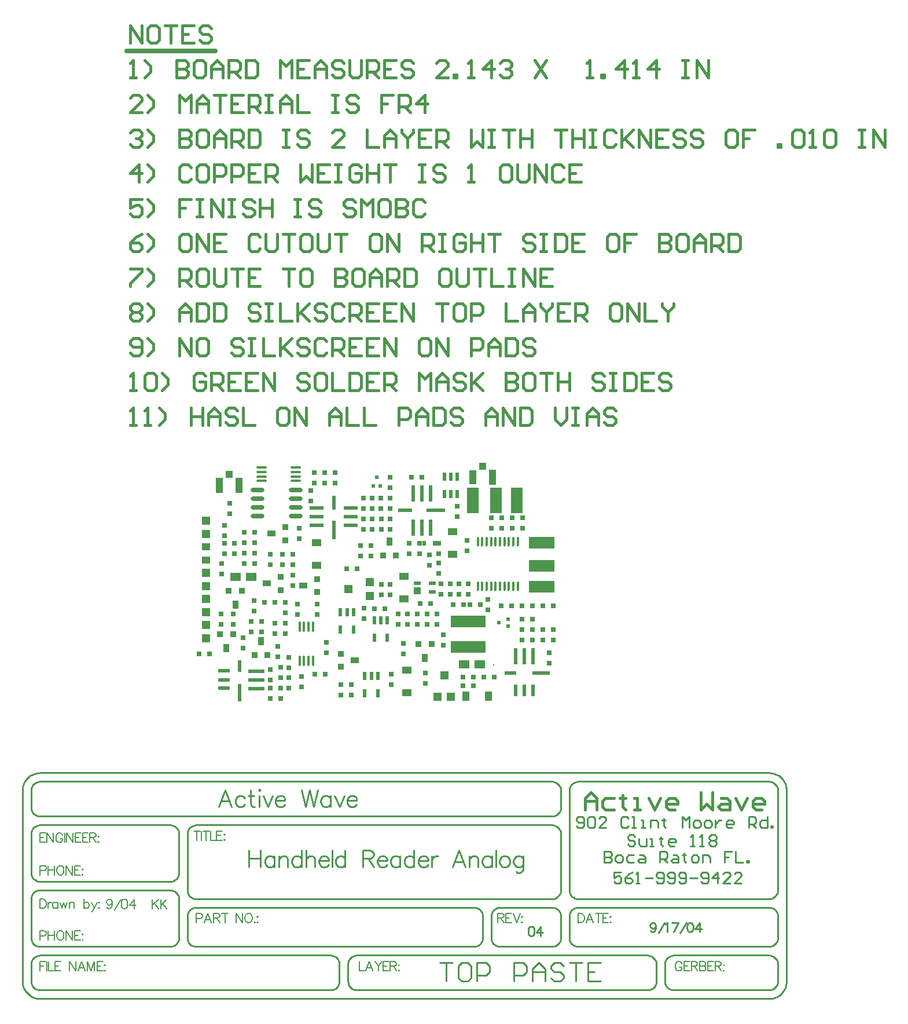
<source format=gtp>
%FSLAX24Y24*%
%MOIN*%
G70*
G01*
G75*
%ADD10C,0.0080*%
%ADD11R,0.0300X0.0300*%
%ADD12R,0.0800X0.0236*%
%ADD13R,0.0236X0.1100*%
%ADD14R,0.0236X0.0800*%
%ADD15R,0.0236X0.0700*%
%ADD16R,0.0236X0.1000*%
%ADD17R,0.0945X0.0236*%
%ADD18R,0.0700X0.0236*%
%ADD19R,0.0650X0.0236*%
%ADD20R,0.0200X0.0500*%
%ADD21R,0.0472X0.0472*%
%ADD22O,0.0600X0.0160*%
%ADD23O,0.0160X0.0600*%
%ADD24O,0.0800X0.0240*%
%ADD25R,0.0360X0.0360*%
%ADD26R,0.0200X0.0300*%
%ADD27R,0.0360X0.0500*%
%ADD28R,0.1000X0.0236*%
%ADD29R,0.0236X0.0945*%
%ADD30R,0.1500X0.0700*%
%ADD31R,0.0394X0.0413*%
%ADD32R,0.0413X0.0866*%
%ADD33R,0.0413X0.0800*%
%ADD34R,0.0400X0.0550*%
%ADD35O,0.0140X0.0600*%
%ADD36R,0.0600X0.0500*%
%ADD37R,0.2000X0.0700*%
%ADD38R,0.0500X0.0360*%
%ADD39R,0.0236X0.0236*%
%ADD40R,0.0550X0.0400*%
%ADD41C,0.0120*%
%ADD42R,0.0394X0.0394*%
%ADD43R,0.0394X0.0197*%
%ADD44R,0.0700X0.1500*%
%ADD45R,0.1100X0.0236*%
%ADD46R,0.0500X0.0500*%
%ADD47R,0.0500X0.0400*%
%ADD48C,0.0140*%
%ADD49C,0.0120*%
%ADD50C,0.0200*%
%ADD51C,0.0300*%
%ADD52C,0.0100*%
%ADD53C,0.0060*%
%ADD54C,0.0090*%
%ADD55C,0.0050*%
%ADD56C,0.0150*%
%ADD57C,0.0250*%
%ADD58C,0.0620*%
%ADD59R,0.0620X0.0620*%
%ADD60C,0.1000*%
%ADD61C,0.0400*%
%ADD62C,0.0220*%
%ADD63C,0.0030*%
D10*
X79191Y52957D02*
X79165Y52881D01*
X79114Y52830D01*
X79038Y52805D01*
X79013D01*
X78937Y52830D01*
X78886Y52881D01*
X78860Y52957D01*
Y52983D01*
X78886Y53059D01*
X78937Y53110D01*
X79013Y53135D01*
X79038D01*
X79114Y53110D01*
X79165Y53059D01*
X79191Y52957D01*
Y52830D01*
X79165Y52704D01*
X79114Y52627D01*
X79038Y52602D01*
X78987D01*
X78911Y52627D01*
X78886Y52678D01*
X79335Y52526D02*
X79691Y53135D01*
X79879D02*
X79803Y53110D01*
X79752Y53034D01*
X79726Y52907D01*
Y52830D01*
X79752Y52704D01*
X79803Y52627D01*
X79879Y52602D01*
X79929D01*
X80006Y52627D01*
X80056Y52704D01*
X80082Y52830D01*
Y52907D01*
X80056Y53034D01*
X80006Y53110D01*
X79929Y53135D01*
X79879D01*
X80455D02*
X80201Y52780D01*
X80582D01*
X80455Y53135D02*
Y52602D01*
X81514Y53135D02*
Y52602D01*
X81869Y53135D02*
X81514Y52780D01*
X81641Y52907D02*
X81869Y52602D01*
X81989Y53135D02*
Y52602D01*
X82344Y53135D02*
X81989Y52780D01*
X82116Y52907D02*
X82344Y52602D01*
D11*
X90116Y65363D02*
D03*
Y65963D02*
D03*
X95976Y67273D02*
D03*
Y67873D02*
D03*
X99077Y75753D02*
D03*
X93305Y72167D02*
D03*
X92705D02*
D03*
X96316Y73613D02*
D03*
Y73013D02*
D03*
X84796Y67253D02*
D03*
X84196D02*
D03*
X100610Y65927D02*
D03*
X101210D02*
D03*
X88316Y72983D02*
D03*
Y72383D02*
D03*
X85486Y72443D02*
D03*
Y71843D02*
D03*
X87386Y73643D02*
D03*
X98016Y73023D02*
D03*
Y73623D02*
D03*
X90646Y76673D02*
D03*
Y76073D02*
D03*
X91016Y69523D02*
D03*
Y70123D02*
D03*
X89856Y69523D02*
D03*
Y70123D02*
D03*
X93496Y72883D02*
D03*
Y73483D02*
D03*
X94686Y75033D02*
D03*
Y74433D02*
D03*
X91456Y66103D02*
D03*
X90856D02*
D03*
X94156Y74433D02*
D03*
Y75033D02*
D03*
Y75633D02*
D03*
Y76233D02*
D03*
X93656Y75033D02*
D03*
Y74433D02*
D03*
X90826Y77683D02*
D03*
X91426D02*
D03*
X88886Y64693D02*
D03*
Y65293D02*
D03*
X89616Y72993D02*
D03*
X89016D02*
D03*
X89616Y71793D02*
D03*
Y71193D02*
D03*
X88566Y70233D02*
D03*
X87966D02*
D03*
X86726Y68183D02*
D03*
Y67583D02*
D03*
X87366Y69713D02*
D03*
Y70313D02*
D03*
X86156Y68943D02*
D03*
Y69543D02*
D03*
X87796Y69113D02*
D03*
X87196D02*
D03*
X85466Y69543D02*
D03*
Y68943D02*
D03*
X104016Y70023D02*
D03*
X104616D02*
D03*
X97226Y65573D02*
D03*
Y66173D02*
D03*
X104616Y68663D02*
D03*
X104016D02*
D03*
X103416D02*
D03*
X102816D02*
D03*
X104016Y68063D02*
D03*
X104616D02*
D03*
X94896Y69843D02*
D03*
X94296D02*
D03*
X93706Y69293D02*
D03*
Y69893D02*
D03*
X96216Y68953D02*
D03*
Y69553D02*
D03*
X95656Y68953D02*
D03*
Y69553D02*
D03*
X99390Y65417D02*
D03*
X99990D02*
D03*
X102826Y75093D02*
D03*
Y74493D02*
D03*
X98016Y72493D02*
D03*
Y71893D02*
D03*
X95196Y76233D02*
D03*
Y75633D02*
D03*
X88886Y65893D02*
D03*
Y66493D02*
D03*
X89166Y70233D02*
D03*
Y69633D02*
D03*
X87386Y73043D02*
D03*
X87196Y68513D02*
D03*
X87796D02*
D03*
X102816Y70023D02*
D03*
X103416D02*
D03*
X96946Y70153D02*
D03*
X97546D02*
D03*
X99166Y71293D02*
D03*
Y70693D02*
D03*
X96776Y68953D02*
D03*
Y69553D02*
D03*
X97456Y72943D02*
D03*
Y72343D02*
D03*
X95196Y75033D02*
D03*
Y74433D02*
D03*
X93656Y75633D02*
D03*
Y76233D02*
D03*
X95196Y76833D02*
D03*
Y77433D02*
D03*
X92027Y77084D02*
D03*
Y77684D02*
D03*
X91426Y77083D02*
D03*
X90826D02*
D03*
X96426Y77423D02*
D03*
X97026D02*
D03*
X99077Y75153D02*
D03*
X96916Y73613D02*
D03*
X85956Y75333D02*
D03*
Y75933D02*
D03*
X89356Y65293D02*
D03*
Y65893D02*
D03*
Y66463D02*
D03*
Y67063D02*
D03*
X89616Y72393D02*
D03*
X89016D02*
D03*
X88746Y67693D02*
D03*
Y67093D02*
D03*
X88296Y66363D02*
D03*
Y65763D02*
D03*
X89166Y68433D02*
D03*
Y69033D02*
D03*
X87386Y74243D02*
D03*
X88566Y69033D02*
D03*
Y68433D02*
D03*
X103416Y69263D02*
D03*
X102816D02*
D03*
X104362Y66737D02*
D03*
Y67337D02*
D03*
X103416Y68063D02*
D03*
X102816D02*
D03*
X102216Y70023D02*
D03*
X101616D02*
D03*
X99990Y65927D02*
D03*
X99390D02*
D03*
X102226Y75093D02*
D03*
Y74493D02*
D03*
X101626Y75093D02*
D03*
Y74493D02*
D03*
X100846Y70383D02*
D03*
Y69783D02*
D03*
X95186Y71253D02*
D03*
Y70653D02*
D03*
X101026Y75093D02*
D03*
Y74493D02*
D03*
X99646Y73783D02*
D03*
Y73183D02*
D03*
X99816Y70093D02*
D03*
X100416D02*
D03*
X98146Y71293D02*
D03*
Y70693D02*
D03*
X99696Y71293D02*
D03*
Y70693D02*
D03*
X98656D02*
D03*
Y71293D02*
D03*
X96916Y73013D02*
D03*
X94096Y72883D02*
D03*
Y73483D02*
D03*
X94676Y76233D02*
D03*
Y75633D02*
D03*
X88296Y65293D02*
D03*
Y64693D02*
D03*
X97896Y69553D02*
D03*
Y68953D02*
D03*
X94686Y70653D02*
D03*
Y71253D02*
D03*
X87386Y72443D02*
D03*
X86786D02*
D03*
X98846Y70093D02*
D03*
X99446D02*
D03*
X98276Y68343D02*
D03*
Y67743D02*
D03*
X97336Y69553D02*
D03*
Y68953D02*
D03*
X86786Y73043D02*
D03*
Y73643D02*
D03*
Y74243D02*
D03*
X85683Y74644D02*
D03*
X86243Y73634D02*
D03*
Y73034D02*
D03*
X85683D02*
D03*
Y73634D02*
D03*
Y74044D02*
D03*
X89963Y74484D02*
D03*
Y73884D02*
D03*
X92372Y64881D02*
D03*
Y65481D02*
D03*
X92972D02*
D03*
Y64881D02*
D03*
X95262Y65481D02*
D03*
Y66081D02*
D03*
X91543Y67924D02*
D03*
Y67324D02*
D03*
D12*
X92937Y75173D02*
D03*
X90976D02*
D03*
Y75673D02*
D03*
Y74673D02*
D03*
X92937D02*
D03*
Y75673D02*
D03*
X96057Y75516D02*
D03*
D13*
X91953Y74384D02*
D03*
D14*
X91953Y75976D02*
D03*
D15*
X86523Y66576D02*
D03*
X103442Y65170D02*
D03*
X102442D02*
D03*
X102942D02*
D03*
D16*
X86523Y65034D02*
D03*
D17*
X87507Y66273D02*
D03*
Y65773D02*
D03*
Y65273D02*
D03*
D18*
X85646Y65283D02*
D03*
X102139Y66147D02*
D03*
D19*
X85646Y66283D02*
D03*
Y65773D02*
D03*
D20*
X99076Y76453D02*
D03*
X98696D02*
D03*
X99076Y77453D02*
D03*
X98326Y76453D02*
D03*
Y77453D02*
D03*
X98696D02*
D03*
X94296Y69183D02*
D03*
X94676D02*
D03*
X94296Y68183D02*
D03*
X95046Y69183D02*
D03*
Y68183D02*
D03*
X92346Y69643D02*
D03*
X92726D02*
D03*
X92346Y68643D02*
D03*
X93096Y69643D02*
D03*
Y68643D02*
D03*
X94492Y64981D02*
D03*
Y65981D02*
D03*
X93742Y64981D02*
D03*
X94122Y65981D02*
D03*
X93742D02*
D03*
D21*
X94036Y70590D02*
D03*
Y71377D02*
D03*
X92816Y70983D02*
D03*
X98715Y64797D02*
D03*
X98322Y66017D02*
D03*
X97928Y64797D02*
D03*
D22*
X87788Y77725D02*
D03*
Y77981D02*
D03*
X89756D02*
D03*
Y77725D02*
D03*
Y77213D02*
D03*
Y77469D02*
D03*
X87788Y77213D02*
D03*
Y77469D02*
D03*
D23*
X90756Y66865D02*
D03*
Y68833D02*
D03*
X90244D02*
D03*
X89989D02*
D03*
X90500Y66865D02*
D03*
X89989D02*
D03*
X90244D02*
D03*
X90500Y68833D02*
D03*
D24*
X87566Y75203D02*
D03*
Y75703D02*
D03*
Y76203D02*
D03*
Y76703D02*
D03*
X89766Y76203D02*
D03*
Y75703D02*
D03*
Y75203D02*
D03*
Y76703D02*
D03*
D25*
X97586Y67813D02*
D03*
X96836Y67813D02*
D03*
X94796Y72933D02*
D03*
X95546D02*
D03*
X87396Y67203D02*
D03*
X88146D02*
D03*
X88916Y70933D02*
D03*
Y71683D02*
D03*
X86666Y70903D02*
D03*
X85916D02*
D03*
X86156Y68403D02*
D03*
X85406D02*
D03*
X91016Y71573D02*
D03*
Y70823D02*
D03*
X89173Y74554D02*
D03*
Y73804D02*
D03*
X92373Y66514D02*
D03*
Y67264D02*
D03*
D26*
X97756Y73613D02*
D03*
X97176D02*
D03*
D27*
X97206Y67013D02*
D03*
X95176Y73733D02*
D03*
X87776Y68003D02*
D03*
X86286Y70103D02*
D03*
X85776Y67603D02*
D03*
D28*
X103911Y66147D02*
D03*
D29*
X102442Y67131D02*
D03*
X103442D02*
D03*
X102942D02*
D03*
X97526Y74533D02*
D03*
X96526D02*
D03*
Y76493D02*
D03*
X97526D02*
D03*
X97026D02*
D03*
Y74533D02*
D03*
D30*
X103922Y71116D02*
D03*
Y72336D02*
D03*
Y73656D02*
D03*
D31*
X100546Y78043D02*
D03*
X85946Y77583D02*
D03*
D32*
X101117Y77413D02*
D03*
X85375Y76953D02*
D03*
X86517D02*
D03*
D33*
X99975Y77413D02*
D03*
D34*
X99576Y64833D02*
D03*
X100876D02*
D03*
D35*
X102559Y71143D02*
D03*
X100256Y73742D02*
D03*
X101792D02*
D03*
X102048D02*
D03*
X102304D02*
D03*
X102559D02*
D03*
X102304Y71143D02*
D03*
X102048D02*
D03*
X101792D02*
D03*
X101536D02*
D03*
X101280D02*
D03*
X101024D02*
D03*
X100768D02*
D03*
X100512D02*
D03*
X100256D02*
D03*
X101536Y73742D02*
D03*
X100768D02*
D03*
X101024D02*
D03*
X101280D02*
D03*
X100512D02*
D03*
D36*
X100366Y66663D02*
D03*
X99466D02*
D03*
X86286Y71693D02*
D03*
X87186D02*
D03*
D37*
X99716Y67653D02*
D03*
Y69123D02*
D03*
D38*
X88116Y71313D02*
D03*
X90216Y71203D02*
D03*
X88373Y74184D02*
D03*
X93173Y66884D02*
D03*
D39*
X101474Y69066D02*
D03*
X101986Y69263D02*
D03*
Y68870D02*
D03*
X94439Y77435D02*
D03*
X94636Y76923D02*
D03*
X94243D02*
D03*
D40*
X98816Y72993D02*
D03*
Y74293D02*
D03*
X95986Y70413D02*
D03*
Y71713D02*
D03*
X90966Y72353D02*
D03*
Y73653D02*
D03*
X96153Y65014D02*
D03*
Y66314D02*
D03*
D41*
X101178Y66629D02*
D03*
X101428Y69043D02*
D03*
X92028Y77685D02*
D03*
X94442Y77435D02*
D03*
D42*
X96783Y70886D02*
D03*
D43*
Y71339D02*
D03*
X97649D02*
D03*
Y70827D02*
D03*
D44*
X102516Y76083D02*
D03*
X101296D02*
D03*
X99976D02*
D03*
D45*
X97829Y75516D02*
D03*
D46*
X84592Y69666D02*
D03*
Y70416D02*
D03*
Y74166D02*
D03*
Y68166D02*
D03*
Y68916D02*
D03*
Y71166D02*
D03*
Y71916D02*
D03*
Y74916D02*
D03*
D47*
X84592Y72666D02*
D03*
Y73416D02*
D03*
D52*
X98079Y49478D02*
X98789D01*
X98434D01*
Y48411D01*
X99678Y49478D02*
X99323D01*
X99145Y49300D01*
Y48589D01*
X99323Y48411D01*
X99678D01*
X99856Y48589D01*
Y49300D01*
X99678Y49478D01*
X100211Y48411D02*
Y49478D01*
X100744D01*
X100922Y49300D01*
Y48944D01*
X100744Y48767D01*
X100211D01*
X102344Y48411D02*
Y49478D01*
X102877D01*
X103055Y49300D01*
Y48944D01*
X102877Y48767D01*
X102344D01*
X103410Y48411D02*
Y49122D01*
X103766Y49478D01*
X104121Y49122D01*
Y48411D01*
Y48944D01*
X103410D01*
X105187Y49300D02*
X105010Y49478D01*
X104654D01*
X104476Y49300D01*
Y49122D01*
X104654Y48944D01*
X105010D01*
X105187Y48767D01*
Y48589D01*
X105010Y48411D01*
X104654D01*
X104476Y48589D01*
X105543Y49478D02*
X106254D01*
X105898D01*
Y48411D01*
X107320Y49478D02*
X106609D01*
Y48411D01*
X107320D01*
X106609Y48944D02*
X106965D01*
X117531Y52173D02*
X117521Y52268D01*
X117494Y52360D01*
X117448Y52445D01*
X117387Y52519D01*
X117313Y52580D01*
X117228Y52625D01*
X117136Y52653D01*
X117041Y52663D01*
X106031D02*
X105933Y52653D01*
X105839Y52624D01*
X105753Y52578D01*
X105677Y52516D01*
X105615Y52440D01*
X105569Y52354D01*
X105540Y52260D01*
X105531Y52163D01*
X117031Y53163D02*
X117128Y53172D01*
X117222Y53201D01*
X117309Y53247D01*
X117384Y53309D01*
X117447Y53385D01*
X117493Y53471D01*
X117521Y53565D01*
X117531Y53663D01*
X105531D02*
X105540Y53565D01*
X105569Y53471D01*
X105615Y53385D01*
X105677Y53309D01*
X105753Y53247D01*
X105839Y53201D01*
X105933Y53172D01*
X106031Y53163D01*
X75031Y60413D02*
X74933Y60408D01*
X74836Y60393D01*
X74741Y60369D01*
X74648Y60336D01*
X74559Y60294D01*
X74475Y60244D01*
X74396Y60186D01*
X74324Y60120D01*
X74258Y60047D01*
X74199Y59968D01*
X74149Y59884D01*
X74107Y59795D01*
X74074Y59703D01*
X74050Y59608D01*
X74036Y59511D01*
X74031Y59413D01*
Y48423D02*
X74036Y48325D01*
X74050Y48228D01*
X74073Y48132D01*
X74106Y48040D01*
X74148Y47951D01*
X74197Y47867D01*
X74255Y47788D01*
X74320Y47715D01*
X74392Y47648D01*
X74471Y47589D01*
X74554Y47538D01*
X74642Y47495D01*
X74734Y47460D01*
X74829Y47435D01*
X74925Y47419D01*
X75023Y47413D01*
X117031Y47413D02*
X117129Y47417D01*
X117226Y47432D01*
X117321Y47456D01*
X117414Y47489D01*
X117502Y47531D01*
X117586Y47581D01*
X117665Y47639D01*
X117738Y47705D01*
X117804Y47778D01*
X117862Y47857D01*
X117913Y47941D01*
X117955Y48030D01*
X117988Y48122D01*
X118012Y48217D01*
X118026Y48314D01*
X118031Y48413D01*
Y59413D02*
X118026Y59511D01*
X118012Y59608D01*
X117988Y59703D01*
X117955Y59795D01*
X117913Y59884D01*
X117862Y59968D01*
X117804Y60047D01*
X117738Y60120D01*
X117665Y60186D01*
X117586Y60244D01*
X117502Y60294D01*
X117414Y60336D01*
X117321Y60369D01*
X117226Y60393D01*
X117129Y60408D01*
X117031Y60413D01*
X117531Y59423D02*
X117521Y59520D01*
X117492Y59614D01*
X117445Y59700D01*
X117381Y59775D01*
X117304Y59836D01*
X117216Y59880D01*
X117122Y59906D01*
X117024Y59912D01*
X117031Y50413D02*
X117128Y50422D01*
X117222Y50451D01*
X117309Y50497D01*
X117384Y50559D01*
X117447Y50635D01*
X117493Y50721D01*
X117521Y50815D01*
X117531Y50913D01*
X117531Y49421D02*
X117520Y49518D01*
X117490Y49610D01*
X117444Y49695D01*
X117381Y49769D01*
X117306Y49830D01*
X117220Y49875D01*
X117127Y49903D01*
X117031Y49913D01*
Y47913D02*
X117128Y47922D01*
X117222Y47951D01*
X117309Y47997D01*
X117384Y48059D01*
X117447Y48135D01*
X117493Y48221D01*
X117521Y48315D01*
X117531Y48413D01*
X104531Y50413D02*
X104628Y50422D01*
X104722Y50451D01*
X104809Y50497D01*
X104884Y50559D01*
X104947Y50635D01*
X104993Y50721D01*
X105021Y50815D01*
X105031Y50913D01*
X105531Y50903D02*
X105540Y50806D01*
X105569Y50713D01*
X105615Y50628D01*
X105677Y50553D01*
X105753Y50492D01*
X105839Y50447D01*
X105933Y50421D01*
X106029Y50413D01*
X105031Y52173D02*
X105021Y52268D01*
X104994Y52360D01*
X104948Y52445D01*
X104887Y52519D01*
X104813Y52580D01*
X104728Y52625D01*
X104636Y52653D01*
X104541Y52663D01*
X74531Y48413D02*
X74540Y48316D01*
X74568Y48223D01*
X74613Y48137D01*
X74674Y48062D01*
X74749Y48000D01*
X74833Y47953D01*
X74926Y47924D01*
X75022Y47913D01*
X104540Y53162D02*
X104636Y53174D01*
X104728Y53203D01*
X104813Y53250D01*
X104888Y53312D01*
X104948Y53387D01*
X104994Y53473D01*
X105022Y53566D01*
X105031Y53663D01*
X75031Y49913D02*
X74933Y49903D01*
X74839Y49874D01*
X74753Y49828D01*
X74677Y49766D01*
X74615Y49690D01*
X74569Y49604D01*
X74540Y49510D01*
X74531Y49413D01*
X105031Y56913D02*
X105021Y57010D01*
X104993Y57104D01*
X104947Y57190D01*
X104884Y57266D01*
X104809Y57328D01*
X104722Y57374D01*
X104628Y57403D01*
X104531Y57413D01*
Y57913D02*
X104628Y57922D01*
X104722Y57951D01*
X104809Y57997D01*
X104884Y58059D01*
X104947Y58135D01*
X104993Y58221D01*
X105021Y58315D01*
X105031Y58413D01*
X106031Y59913D02*
X105933Y59903D01*
X105839Y59874D01*
X105753Y59828D01*
X105677Y59766D01*
X105615Y59690D01*
X105569Y59604D01*
X105540Y59510D01*
X105531Y59413D01*
X105031D02*
X105021Y59510D01*
X104993Y59604D01*
X104947Y59690D01*
X104884Y59766D01*
X104809Y59828D01*
X104722Y59874D01*
X104628Y59903D01*
X104531Y59913D01*
X75031D02*
X74933Y59903D01*
X74839Y59874D01*
X74753Y59828D01*
X74677Y59766D01*
X74615Y59690D01*
X74569Y59604D01*
X74540Y59510D01*
X74531Y59413D01*
Y58413D02*
X74540Y58315D01*
X74569Y58221D01*
X74615Y58135D01*
X74677Y58059D01*
X74753Y57997D01*
X74839Y57951D01*
X74933Y57922D01*
X75031Y57913D01*
Y57413D02*
X74933Y57403D01*
X74839Y57374D01*
X74753Y57328D01*
X74677Y57266D01*
X74615Y57190D01*
X74569Y57104D01*
X74540Y57010D01*
X74531Y56913D01*
Y54663D02*
X74540Y54565D01*
X74569Y54471D01*
X74615Y54385D01*
X74677Y54309D01*
X74753Y54247D01*
X74839Y54201D01*
X74933Y54172D01*
X75031Y54163D01*
Y53663D02*
X74933Y53653D01*
X74839Y53624D01*
X74753Y53578D01*
X74677Y53516D01*
X74615Y53440D01*
X74569Y53354D01*
X74540Y53260D01*
X74531Y53163D01*
Y50913D02*
X74540Y50816D01*
X74568Y50723D01*
X74613Y50637D01*
X74674Y50562D01*
X74749Y50500D01*
X74833Y50453D01*
X74926Y50424D01*
X75022Y50413D01*
X84031Y57413D02*
X83933Y57403D01*
X83839Y57374D01*
X83753Y57328D01*
X83677Y57266D01*
X83615Y57190D01*
X83569Y57104D01*
X83540Y57010D01*
X83531Y56913D01*
X84031Y52663D02*
X83933Y52653D01*
X83839Y52624D01*
X83753Y52578D01*
X83677Y52516D01*
X83615Y52440D01*
X83569Y52354D01*
X83540Y52260D01*
X83531Y52163D01*
X101511Y52663D02*
X101414Y52653D01*
X101321Y52624D01*
X101236Y52576D01*
X101163Y52513D01*
X101103Y52436D01*
X101060Y52349D01*
X101036Y52254D01*
X101031Y52157D01*
X101031Y50923D02*
X101040Y50824D01*
X101069Y50729D01*
X101115Y50642D01*
X101177Y50565D01*
X101253Y50502D01*
X101340Y50454D01*
X101434Y50424D01*
X101532Y50413D01*
X100041Y50413D02*
X100137Y50422D01*
X100230Y50451D01*
X100316Y50497D01*
X100390Y50559D01*
X100451Y50635D01*
X100496Y50721D01*
X100523Y50814D01*
X100531Y50911D01*
X100531Y52173D02*
X100521Y52268D01*
X100494Y52360D01*
X100448Y52445D01*
X100387Y52519D01*
X100313Y52580D01*
X100228Y52625D01*
X100136Y52653D01*
X100041Y52663D01*
X82541Y50413D02*
X82636Y50422D01*
X82728Y50450D01*
X82813Y50495D01*
X82887Y50556D01*
X82948Y50630D01*
X82994Y50715D01*
X83021Y50807D01*
X83031Y50903D01*
X83531D02*
X83540Y50807D01*
X83568Y50715D01*
X83613Y50630D01*
X83674Y50556D01*
X83749Y50495D01*
X83833Y50450D01*
X83925Y50422D01*
X84021Y50413D01*
X83531Y53653D02*
X83540Y53557D01*
X83568Y53465D01*
X83613Y53380D01*
X83674Y53306D01*
X83749Y53245D01*
X83833Y53200D01*
X83925Y53172D01*
X84021Y53163D01*
X83031Y53173D02*
X83021Y53270D01*
X82992Y53364D01*
X82945Y53450D01*
X82881Y53525D01*
X82804Y53586D01*
X82716Y53630D01*
X82622Y53656D01*
X82524Y53662D01*
X82551Y54163D02*
X82644Y54172D01*
X82735Y54199D01*
X82817Y54243D01*
X82890Y54303D01*
X82950Y54376D01*
X82994Y54459D01*
X83022Y54549D01*
X83031Y54643D01*
Y56923D02*
X83021Y57018D01*
X82994Y57110D01*
X82948Y57195D01*
X82887Y57269D01*
X82813Y57330D01*
X82728Y57375D01*
X82636Y57403D01*
X82541Y57413D01*
X111531Y49913D02*
X111433Y49903D01*
X111339Y49874D01*
X111253Y49828D01*
X111177Y49766D01*
X111115Y49690D01*
X111069Y49604D01*
X111040Y49510D01*
X111031Y49413D01*
Y48403D02*
X111040Y48306D01*
X111069Y48213D01*
X111115Y48128D01*
X111177Y48053D01*
X111253Y47992D01*
X111339Y47947D01*
X111433Y47921D01*
X111529Y47913D01*
X110042Y47912D02*
X110139Y47921D01*
X110233Y47948D01*
X110318Y47994D01*
X110393Y48056D01*
X110454Y48132D01*
X110498Y48218D01*
X110524Y48312D01*
X110531Y48409D01*
X110531Y49413D02*
X110521Y49510D01*
X110493Y49604D01*
X110447Y49690D01*
X110384Y49766D01*
X110309Y49828D01*
X110222Y49874D01*
X110128Y49903D01*
X110031Y49913D01*
X92781Y48413D02*
X92790Y48316D01*
X92818Y48223D01*
X92863Y48137D01*
X92924Y48062D01*
X92999Y48000D01*
X93083Y47953D01*
X93176Y47924D01*
X93272Y47913D01*
X93281Y49913D02*
X93183Y49903D01*
X93089Y49874D01*
X93003Y49828D01*
X92927Y49766D01*
X92865Y49690D01*
X92819Y49604D01*
X92790Y49510D01*
X92781Y49413D01*
X91792Y47912D02*
X91889Y47921D01*
X91983Y47948D01*
X92068Y47994D01*
X92143Y48056D01*
X92204Y48132D01*
X92248Y48218D01*
X92274Y48312D01*
X92281Y48409D01*
X92281Y49413D02*
X92271Y49510D01*
X92243Y49604D01*
X92197Y49690D01*
X92134Y49766D01*
X92059Y49828D01*
X91972Y49874D01*
X91878Y49903D01*
X91781Y49913D01*
X117531Y50913D02*
Y52173D01*
X105531Y50913D02*
Y52163D01*
X117531Y53663D02*
Y59413D01*
X105531Y53663D02*
Y59413D01*
X74031Y48413D02*
Y59413D01*
X74531Y48413D02*
Y49413D01*
X117531Y48413D02*
Y49413D01*
X105031Y50913D02*
Y52163D01*
X101031Y50913D02*
Y52163D01*
X83531Y50913D02*
Y52163D01*
X100531Y50913D02*
Y52163D01*
X83531Y53663D02*
Y56913D01*
X105031Y53663D02*
Y56913D01*
Y58413D02*
Y59413D01*
X74531Y58413D02*
Y59413D01*
X83031Y54663D02*
Y56913D01*
X74531Y54663D02*
Y56913D01*
X83031Y50913D02*
Y53163D01*
X74531Y50913D02*
Y53163D01*
X118031Y48413D02*
Y59413D01*
X111031Y48413D02*
Y49413D01*
X110531Y48413D02*
Y49413D01*
X92781Y48413D02*
Y49413D01*
X92281Y48413D02*
Y49413D01*
X106031Y52663D02*
X117031D01*
X106031Y53163D02*
X117031D01*
X84031D02*
X104531D01*
X106031Y59913D02*
X117031D01*
X106031Y50413D02*
X117031D01*
X101531Y52663D02*
X104531D01*
X101531Y50413D02*
X104531D01*
X84031D02*
X100031D01*
X84031Y52663D02*
X100031D01*
X84031Y57413D02*
X104531D01*
X75031Y57913D02*
X104531D01*
X75031Y57413D02*
X82531D01*
X75031Y54163D02*
X82531D01*
X75031Y53663D02*
X82531D01*
X75031Y50413D02*
X82531D01*
X75031Y60413D02*
X117031D01*
X75031Y47413D02*
X117031D01*
X75031Y59913D02*
X104531D01*
X111531Y49913D02*
X117031D01*
X111531Y47913D02*
X117031D01*
X93281Y49913D02*
X110031D01*
X75031D02*
X91781D01*
X75031Y47913D02*
X91781D01*
X93281D02*
X110031D01*
X107542Y55894D02*
Y55254D01*
X107862D01*
X107968Y55361D01*
Y55468D01*
X107862Y55574D01*
X107542D01*
X107862D01*
X107968Y55681D01*
Y55787D01*
X107862Y55894D01*
X107542D01*
X108288Y55254D02*
X108501D01*
X108608Y55361D01*
Y55574D01*
X108501Y55681D01*
X108288D01*
X108181Y55574D01*
Y55361D01*
X108288Y55254D01*
X109248Y55681D02*
X108928D01*
X108821Y55574D01*
Y55361D01*
X108928Y55254D01*
X109248D01*
X109568Y55681D02*
X109781D01*
X109888Y55574D01*
Y55254D01*
X109568D01*
X109461Y55361D01*
X109568Y55468D01*
X109888D01*
X110741Y55254D02*
Y55894D01*
X111060D01*
X111167Y55787D01*
Y55574D01*
X111060Y55468D01*
X110741D01*
X110954D02*
X111167Y55254D01*
X111487Y55681D02*
X111700D01*
X111807Y55574D01*
Y55254D01*
X111487D01*
X111380Y55361D01*
X111487Y55468D01*
X111807D01*
X112127Y55787D02*
Y55681D01*
X112020D01*
X112233D01*
X112127D01*
Y55361D01*
X112233Y55254D01*
X112660D02*
X112873D01*
X112980Y55361D01*
Y55574D01*
X112873Y55681D01*
X112660D01*
X112553Y55574D01*
Y55361D01*
X112660Y55254D01*
X113193D02*
Y55681D01*
X113513D01*
X113620Y55574D01*
Y55254D01*
X114899Y55894D02*
X114473D01*
Y55574D01*
X114686D01*
X114473D01*
Y55254D01*
X115113Y55894D02*
Y55254D01*
X115539D01*
X115752D02*
Y55361D01*
X115859D01*
Y55254D01*
X115752D01*
X105942Y57361D02*
X106048Y57254D01*
X106262D01*
X106368Y57361D01*
Y57787D01*
X106262Y57894D01*
X106048D01*
X105942Y57787D01*
Y57681D01*
X106048Y57574D01*
X106368D01*
X106581Y57787D02*
X106688Y57894D01*
X106901D01*
X107008Y57787D01*
Y57361D01*
X106901Y57254D01*
X106688D01*
X106581Y57361D01*
Y57787D01*
X107648Y57254D02*
X107221D01*
X107648Y57681D01*
Y57787D01*
X107541Y57894D01*
X107328D01*
X107221Y57787D01*
X108927D02*
X108821Y57894D01*
X108607D01*
X108501Y57787D01*
Y57361D01*
X108607Y57254D01*
X108821D01*
X108927Y57361D01*
X109141Y57254D02*
X109354D01*
X109247D01*
Y57894D01*
X109141D01*
X109674Y57254D02*
X109887D01*
X109780D01*
Y57681D01*
X109674D01*
X110207Y57254D02*
Y57681D01*
X110527D01*
X110633Y57574D01*
Y57254D01*
X110953Y57787D02*
Y57681D01*
X110847D01*
X111060D01*
X110953D01*
Y57361D01*
X111060Y57254D01*
X112020D02*
Y57894D01*
X112233Y57681D01*
X112446Y57894D01*
Y57254D01*
X112766D02*
X112979D01*
X113086Y57361D01*
Y57574D01*
X112979Y57681D01*
X112766D01*
X112659Y57574D01*
Y57361D01*
X112766Y57254D01*
X113406D02*
X113619D01*
X113726Y57361D01*
Y57574D01*
X113619Y57681D01*
X113406D01*
X113299Y57574D01*
Y57361D01*
X113406Y57254D01*
X113939Y57681D02*
Y57254D01*
Y57468D01*
X114046Y57574D01*
X114152Y57681D01*
X114259D01*
X114899Y57254D02*
X114685D01*
X114579Y57361D01*
Y57574D01*
X114685Y57681D01*
X114899D01*
X115005Y57574D01*
Y57468D01*
X114579D01*
X115858Y57254D02*
Y57894D01*
X116178D01*
X116285Y57787D01*
Y57574D01*
X116178Y57468D01*
X115858D01*
X116072D02*
X116285Y57254D01*
X116925Y57894D02*
Y57254D01*
X116605D01*
X116498Y57361D01*
Y57574D01*
X116605Y57681D01*
X116925D01*
X117138Y57254D02*
Y57361D01*
X117245D01*
Y57254D01*
X117138D01*
X108518Y54694D02*
X108092D01*
Y54374D01*
X108305Y54481D01*
X108412D01*
X108518Y54374D01*
Y54161D01*
X108412Y54054D01*
X108198D01*
X108092Y54161D01*
X109158Y54694D02*
X108945Y54587D01*
X108731Y54374D01*
Y54161D01*
X108838Y54054D01*
X109051D01*
X109158Y54161D01*
Y54268D01*
X109051Y54374D01*
X108731D01*
X109371Y54054D02*
X109584D01*
X109478D01*
Y54694D01*
X109371Y54587D01*
X109904Y54374D02*
X110331D01*
X110544Y54161D02*
X110651Y54054D01*
X110864D01*
X110971Y54161D01*
Y54587D01*
X110864Y54694D01*
X110651D01*
X110544Y54587D01*
Y54481D01*
X110651Y54374D01*
X110971D01*
X111184Y54161D02*
X111291Y54054D01*
X111504D01*
X111610Y54161D01*
Y54587D01*
X111504Y54694D01*
X111291D01*
X111184Y54587D01*
Y54481D01*
X111291Y54374D01*
X111610D01*
X111824Y54161D02*
X111930Y54054D01*
X112144D01*
X112250Y54161D01*
Y54587D01*
X112144Y54694D01*
X111930D01*
X111824Y54587D01*
Y54481D01*
X111930Y54374D01*
X112250D01*
X112464D02*
X112890D01*
X113103Y54161D02*
X113210Y54054D01*
X113423D01*
X113530Y54161D01*
Y54587D01*
X113423Y54694D01*
X113210D01*
X113103Y54587D01*
Y54481D01*
X113210Y54374D01*
X113530D01*
X114063Y54054D02*
Y54694D01*
X113743Y54374D01*
X114170D01*
X114809Y54054D02*
X114383D01*
X114809Y54481D01*
Y54587D01*
X114703Y54694D01*
X114490D01*
X114383Y54587D01*
X115449Y54054D02*
X115023D01*
X115449Y54481D01*
Y54587D01*
X115343Y54694D01*
X115129D01*
X115023Y54587D01*
X109318Y56737D02*
X109212Y56844D01*
X108998D01*
X108892Y56737D01*
Y56631D01*
X108998Y56524D01*
X109212D01*
X109318Y56418D01*
Y56311D01*
X109212Y56204D01*
X108998D01*
X108892Y56311D01*
X109531Y56631D02*
Y56311D01*
X109638Y56204D01*
X109958D01*
Y56631D01*
X110171Y56204D02*
X110384D01*
X110278D01*
Y56631D01*
X110171D01*
X110811Y56737D02*
Y56631D01*
X110704D01*
X110918D01*
X110811D01*
Y56311D01*
X110918Y56204D01*
X111557D02*
X111344D01*
X111238Y56311D01*
Y56524D01*
X111344Y56631D01*
X111557D01*
X111664Y56524D01*
Y56418D01*
X111238D01*
X112517Y56204D02*
X112730D01*
X112624D01*
Y56844D01*
X112517Y56737D01*
X113050Y56204D02*
X113264D01*
X113157D01*
Y56844D01*
X113050Y56737D01*
X113583D02*
X113690Y56844D01*
X113903D01*
X114010Y56737D01*
Y56631D01*
X113903Y56524D01*
X114010Y56418D01*
Y56311D01*
X113903Y56204D01*
X113690D01*
X113583Y56311D01*
Y56418D01*
X113690Y56524D01*
X113583Y56631D01*
Y56737D01*
X113690Y56524D02*
X113903D01*
D54*
X103308Y51571D02*
X103232Y51545D01*
X103181Y51469D01*
X103156Y51342D01*
Y51266D01*
X103181Y51139D01*
X103232Y51063D01*
X103308Y51038D01*
X103359D01*
X103435Y51063D01*
X103486Y51139D01*
X103511Y51266D01*
Y51342D01*
X103486Y51469D01*
X103435Y51545D01*
X103359Y51571D01*
X103308D01*
X103885D02*
X103631Y51215D01*
X104012D01*
X103885Y51571D02*
Y51038D01*
X87085Y55947D02*
Y54987D01*
X87725Y55947D02*
Y54987D01*
X87085Y55490D02*
X87725D01*
X88538Y55627D02*
Y54987D01*
Y55490D02*
X88447Y55581D01*
X88355Y55627D01*
X88218D01*
X88127Y55581D01*
X88036Y55490D01*
X87990Y55353D01*
Y55261D01*
X88036Y55124D01*
X88127Y55033D01*
X88218Y54987D01*
X88355D01*
X88447Y55033D01*
X88538Y55124D01*
X88794Y55627D02*
Y54987D01*
Y55444D02*
X88931Y55581D01*
X89023Y55627D01*
X89160D01*
X89251Y55581D01*
X89297Y55444D01*
Y54987D01*
X90097Y55947D02*
Y54987D01*
Y55490D02*
X90005Y55581D01*
X89914Y55627D01*
X89777D01*
X89685Y55581D01*
X89594Y55490D01*
X89548Y55353D01*
Y55261D01*
X89594Y55124D01*
X89685Y55033D01*
X89777Y54987D01*
X89914D01*
X90005Y55033D01*
X90097Y55124D01*
X90353Y55947D02*
Y54987D01*
Y55444D02*
X90490Y55581D01*
X90581Y55627D01*
X90718D01*
X90810Y55581D01*
X90856Y55444D01*
Y54987D01*
X91107Y55353D02*
X91655D01*
Y55444D01*
X91610Y55535D01*
X91564Y55581D01*
X91473Y55627D01*
X91335D01*
X91244Y55581D01*
X91153Y55490D01*
X91107Y55353D01*
Y55261D01*
X91153Y55124D01*
X91244Y55033D01*
X91335Y54987D01*
X91473D01*
X91564Y55033D01*
X91655Y55124D01*
X91861Y55947D02*
Y54987D01*
X92611Y55947D02*
Y54987D01*
Y55490D02*
X92519Y55581D01*
X92428Y55627D01*
X92291D01*
X92199Y55581D01*
X92108Y55490D01*
X92062Y55353D01*
Y55261D01*
X92108Y55124D01*
X92199Y55033D01*
X92291Y54987D01*
X92428D01*
X92519Y55033D01*
X92611Y55124D01*
X93621Y55947D02*
Y54987D01*
Y55947D02*
X94032D01*
X94169Y55901D01*
X94215Y55855D01*
X94261Y55764D01*
Y55672D01*
X94215Y55581D01*
X94169Y55535D01*
X94032Y55490D01*
X93621D01*
X93941D02*
X94261Y54987D01*
X94475Y55353D02*
X95024D01*
Y55444D01*
X94978Y55535D01*
X94932Y55581D01*
X94841Y55627D01*
X94704D01*
X94612Y55581D01*
X94521Y55490D01*
X94475Y55353D01*
Y55261D01*
X94521Y55124D01*
X94612Y55033D01*
X94704Y54987D01*
X94841D01*
X94932Y55033D01*
X95024Y55124D01*
X95778Y55627D02*
Y54987D01*
Y55490D02*
X95686Y55581D01*
X95595Y55627D01*
X95458D01*
X95367Y55581D01*
X95275Y55490D01*
X95229Y55353D01*
Y55261D01*
X95275Y55124D01*
X95367Y55033D01*
X95458Y54987D01*
X95595D01*
X95686Y55033D01*
X95778Y55124D01*
X96582Y55947D02*
Y54987D01*
Y55490D02*
X96491Y55581D01*
X96399Y55627D01*
X96262D01*
X96171Y55581D01*
X96080Y55490D01*
X96034Y55353D01*
Y55261D01*
X96080Y55124D01*
X96171Y55033D01*
X96262Y54987D01*
X96399D01*
X96491Y55033D01*
X96582Y55124D01*
X96838Y55353D02*
X97387D01*
Y55444D01*
X97341Y55535D01*
X97295Y55581D01*
X97204Y55627D01*
X97067D01*
X96975Y55581D01*
X96884Y55490D01*
X96838Y55353D01*
Y55261D01*
X96884Y55124D01*
X96975Y55033D01*
X97067Y54987D01*
X97204D01*
X97295Y55033D01*
X97387Y55124D01*
X97592Y55627D02*
Y54987D01*
Y55353D02*
X97638Y55490D01*
X97729Y55581D01*
X97821Y55627D01*
X97958D01*
X99530Y54987D02*
X99165Y55947D01*
X98799Y54987D01*
X98936Y55307D02*
X99393D01*
X99754Y55627D02*
Y54987D01*
Y55444D02*
X99891Y55581D01*
X99983Y55627D01*
X100120D01*
X100211Y55581D01*
X100257Y55444D01*
Y54987D01*
X101057Y55627D02*
Y54987D01*
Y55490D02*
X100965Y55581D01*
X100874Y55627D01*
X100737D01*
X100645Y55581D01*
X100554Y55490D01*
X100508Y55353D01*
Y55261D01*
X100554Y55124D01*
X100645Y55033D01*
X100737Y54987D01*
X100874D01*
X100965Y55033D01*
X101057Y55124D01*
X101313Y55947D02*
Y54987D01*
X101742Y55627D02*
X101651Y55581D01*
X101560Y55490D01*
X101514Y55353D01*
Y55261D01*
X101560Y55124D01*
X101651Y55033D01*
X101742Y54987D01*
X101879D01*
X101971Y55033D01*
X102062Y55124D01*
X102108Y55261D01*
Y55353D01*
X102062Y55490D01*
X101971Y55581D01*
X101879Y55627D01*
X101742D01*
X102867D02*
Y54895D01*
X102821Y54758D01*
X102775Y54713D01*
X102684Y54667D01*
X102547D01*
X102455Y54713D01*
X102867Y55490D02*
X102775Y55581D01*
X102684Y55627D01*
X102547D01*
X102455Y55581D01*
X102364Y55490D01*
X102318Y55353D01*
Y55261D01*
X102364Y55124D01*
X102455Y55033D01*
X102547Y54987D01*
X102684D01*
X102775Y55033D01*
X102867Y55124D01*
X86062Y58463D02*
X85696Y59422D01*
X85331Y58463D01*
X85468Y58782D02*
X85925D01*
X86834Y58965D02*
X86743Y59057D01*
X86652Y59102D01*
X86515D01*
X86423Y59057D01*
X86332Y58965D01*
X86286Y58828D01*
Y58737D01*
X86332Y58600D01*
X86423Y58508D01*
X86515Y58463D01*
X86652D01*
X86743Y58508D01*
X86834Y58600D01*
X87177Y59422D02*
Y58645D01*
X87223Y58508D01*
X87314Y58463D01*
X87406D01*
X87040Y59102D02*
X87360D01*
X87634Y59422D02*
X87680Y59377D01*
X87726Y59422D01*
X87680Y59468D01*
X87634Y59422D01*
X87680Y59102D02*
Y58463D01*
X87895Y59102D02*
X88169Y58463D01*
X88443Y59102D02*
X88169Y58463D01*
X88599Y58828D02*
X89147D01*
Y58920D01*
X89101Y59011D01*
X89056Y59057D01*
X88964Y59102D01*
X88827D01*
X88736Y59057D01*
X88644Y58965D01*
X88599Y58828D01*
Y58737D01*
X88644Y58600D01*
X88736Y58508D01*
X88827Y58463D01*
X88964D01*
X89056Y58508D01*
X89147Y58600D01*
X90107Y59422D02*
X90335Y58463D01*
X90564Y59422D02*
X90335Y58463D01*
X90564Y59422D02*
X90793Y58463D01*
X91021Y59422D02*
X90793Y58463D01*
X91761Y59102D02*
Y58463D01*
Y58965D02*
X91670Y59057D01*
X91579Y59102D01*
X91442D01*
X91350Y59057D01*
X91259Y58965D01*
X91213Y58828D01*
Y58737D01*
X91259Y58600D01*
X91350Y58508D01*
X91442Y58463D01*
X91579D01*
X91670Y58508D01*
X91761Y58600D01*
X92017Y59102D02*
X92292Y58463D01*
X92566Y59102D02*
X92292Y58463D01*
X92721Y58828D02*
X93270D01*
Y58920D01*
X93224Y59011D01*
X93178Y59057D01*
X93087Y59102D01*
X92950D01*
X92858Y59057D01*
X92767Y58965D01*
X92721Y58828D01*
Y58737D01*
X92767Y58600D01*
X92858Y58508D01*
X92950Y58463D01*
X93087D01*
X93178Y58508D01*
X93270Y58600D01*
X110509Y51613D02*
X110483Y51537D01*
X110432Y51486D01*
X110356Y51461D01*
X110331D01*
X110255Y51486D01*
X110204Y51537D01*
X110179Y51613D01*
Y51639D01*
X110204Y51715D01*
X110255Y51766D01*
X110331Y51791D01*
X110356D01*
X110432Y51766D01*
X110483Y51715D01*
X110509Y51613D01*
Y51486D01*
X110483Y51359D01*
X110432Y51283D01*
X110356Y51258D01*
X110305D01*
X110229Y51283D01*
X110204Y51334D01*
X110653Y51182D02*
X111009Y51791D01*
X111044Y51690D02*
X111095Y51715D01*
X111171Y51791D01*
Y51258D01*
X111791Y51791D02*
X111537Y51258D01*
X111435Y51791D02*
X111791D01*
X111910Y51182D02*
X112266Y51791D01*
X112454D02*
X112377Y51766D01*
X112327Y51690D01*
X112301Y51563D01*
Y51486D01*
X112327Y51359D01*
X112377Y51283D01*
X112454Y51258D01*
X112504D01*
X112581Y51283D01*
X112631Y51359D01*
X112657Y51486D01*
Y51563D01*
X112631Y51690D01*
X112581Y51766D01*
X112504Y51791D01*
X112454D01*
X113030D02*
X112776Y51436D01*
X113157D01*
X113030Y51791D02*
Y51258D01*
D55*
X106031Y52321D02*
Y51788D01*
Y52321D02*
X106209D01*
X106285Y52295D01*
X106336Y52245D01*
X106361Y52194D01*
X106386Y52118D01*
Y51991D01*
X106361Y51914D01*
X106336Y51864D01*
X106285Y51813D01*
X106209Y51788D01*
X106031D01*
X106912D02*
X106709Y52321D01*
X106506Y51788D01*
X106582Y51965D02*
X106836D01*
X107214Y52321D02*
Y51788D01*
X107036Y52321D02*
X107392D01*
X107785D02*
X107455D01*
Y51788D01*
X107785D01*
X107455Y52067D02*
X107658D01*
X107900Y52143D02*
X107874Y52118D01*
X107900Y52092D01*
X107925Y52118D01*
X107900Y52143D01*
Y51838D02*
X107874Y51813D01*
X107900Y51788D01*
X107925Y51813D01*
X107900Y51838D01*
X101406Y52321D02*
Y51788D01*
Y52321D02*
X101634D01*
X101711Y52295D01*
X101736Y52270D01*
X101761Y52219D01*
Y52168D01*
X101736Y52118D01*
X101711Y52092D01*
X101634Y52067D01*
X101406D01*
X101584D02*
X101761Y51788D01*
X102211Y52321D02*
X101881D01*
Y51788D01*
X102211D01*
X101881Y52067D02*
X102084D01*
X102300Y52321D02*
X102503Y51788D01*
X102706Y52321D02*
X102503Y51788D01*
X102800Y52143D02*
X102774Y52118D01*
X102800Y52092D01*
X102825Y52118D01*
X102800Y52143D01*
Y51838D02*
X102774Y51813D01*
X102800Y51788D01*
X102825Y51813D01*
X102800Y51838D01*
X75031Y54791D02*
X75259D01*
X75336Y54817D01*
X75361Y54842D01*
X75386Y54893D01*
Y54969D01*
X75361Y55020D01*
X75336Y55045D01*
X75259Y55071D01*
X75031D01*
Y54538D01*
X75506Y55071D02*
Y54538D01*
X75861Y55071D02*
Y54538D01*
X75506Y54817D02*
X75861D01*
X76161Y55071D02*
X76110Y55045D01*
X76059Y54995D01*
X76034Y54944D01*
X76008Y54868D01*
Y54741D01*
X76034Y54664D01*
X76059Y54614D01*
X76110Y54563D01*
X76161Y54538D01*
X76262D01*
X76313Y54563D01*
X76364Y54614D01*
X76389Y54664D01*
X76415Y54741D01*
Y54868D01*
X76389Y54944D01*
X76364Y54995D01*
X76313Y55045D01*
X76262Y55071D01*
X76161D01*
X76539D02*
Y54538D01*
Y55071D02*
X76895Y54538D01*
Y55071D02*
Y54538D01*
X77372Y55071D02*
X77042D01*
Y54538D01*
X77372D01*
X77042Y54817D02*
X77245D01*
X77486Y54893D02*
X77461Y54868D01*
X77486Y54842D01*
X77512Y54868D01*
X77486Y54893D01*
Y54588D02*
X77461Y54563D01*
X77486Y54538D01*
X77512Y54563D01*
X77486Y54588D01*
X75031Y51041D02*
X75259D01*
X75336Y51067D01*
X75361Y51092D01*
X75386Y51143D01*
Y51219D01*
X75361Y51270D01*
X75336Y51295D01*
X75259Y51321D01*
X75031D01*
Y50788D01*
X75506Y51321D02*
Y50788D01*
X75861Y51321D02*
Y50788D01*
X75506Y51067D02*
X75861D01*
X76161Y51321D02*
X76110Y51295D01*
X76059Y51245D01*
X76034Y51194D01*
X76008Y51118D01*
Y50991D01*
X76034Y50914D01*
X76059Y50864D01*
X76110Y50813D01*
X76161Y50788D01*
X76262D01*
X76313Y50813D01*
X76364Y50864D01*
X76389Y50914D01*
X76415Y50991D01*
Y51118D01*
X76389Y51194D01*
X76364Y51245D01*
X76313Y51295D01*
X76262Y51321D01*
X76161D01*
X76539D02*
Y50788D01*
Y51321D02*
X76895Y50788D01*
Y51321D02*
Y50788D01*
X77372Y51321D02*
X77042D01*
Y50788D01*
X77372D01*
X77042Y51067D02*
X77245D01*
X77486Y51143D02*
X77461Y51118D01*
X77486Y51092D01*
X77512Y51118D01*
X77486Y51143D01*
Y50838D02*
X77461Y50813D01*
X77486Y50788D01*
X77512Y50813D01*
X77486Y50838D01*
X93431Y49546D02*
Y49013D01*
X93736D01*
X94200D02*
X93997Y49546D01*
X93794Y49013D01*
X93870Y49190D02*
X94124D01*
X94325Y49546D02*
X94528Y49292D01*
Y49013D01*
X94731Y49546D02*
X94528Y49292D01*
X95130Y49546D02*
X94799D01*
Y49013D01*
X95130D01*
X94799Y49292D02*
X95003D01*
X95218Y49546D02*
Y49013D01*
Y49546D02*
X95447D01*
X95523Y49520D01*
X95548Y49495D01*
X95574Y49444D01*
Y49393D01*
X95548Y49343D01*
X95523Y49317D01*
X95447Y49292D01*
X95218D01*
X95396D02*
X95574Y49013D01*
X95719Y49368D02*
X95693Y49343D01*
X95719Y49317D01*
X95744Y49343D01*
X95719Y49368D01*
Y49063D02*
X95693Y49038D01*
X95719Y49013D01*
X95744Y49038D01*
X95719Y49063D01*
X75361Y56946D02*
X75031D01*
Y56413D01*
X75361D01*
X75031Y56692D02*
X75234D01*
X75450Y56946D02*
Y56413D01*
Y56946D02*
X75805Y56413D01*
Y56946D02*
Y56413D01*
X76333Y56819D02*
X76308Y56870D01*
X76257Y56920D01*
X76206Y56946D01*
X76105D01*
X76054Y56920D01*
X76003Y56870D01*
X75978Y56819D01*
X75953Y56743D01*
Y56616D01*
X75978Y56539D01*
X76003Y56489D01*
X76054Y56438D01*
X76105Y56413D01*
X76206D01*
X76257Y56438D01*
X76308Y56489D01*
X76333Y56539D01*
Y56616D01*
X76206D02*
X76333D01*
X76455Y56946D02*
Y56413D01*
X76567Y56946D02*
Y56413D01*
Y56946D02*
X76922Y56413D01*
Y56946D02*
Y56413D01*
X77400Y56946D02*
X77070D01*
Y56413D01*
X77400D01*
X77070Y56692D02*
X77273D01*
X77819Y56946D02*
X77489D01*
Y56413D01*
X77819D01*
X77489Y56692D02*
X77692D01*
X77908Y56946D02*
Y56413D01*
Y56946D02*
X78136D01*
X78212Y56920D01*
X78238Y56895D01*
X78263Y56844D01*
Y56793D01*
X78238Y56743D01*
X78212Y56717D01*
X78136Y56692D01*
X77908D01*
X78085D02*
X78263Y56413D01*
X78408Y56768D02*
X78383Y56743D01*
X78408Y56717D01*
X78433Y56743D01*
X78408Y56768D01*
Y56463D02*
X78383Y56438D01*
X78408Y56413D01*
X78433Y56438D01*
X78408Y56463D01*
X84031Y52041D02*
X84259D01*
X84336Y52067D01*
X84361Y52092D01*
X84386Y52143D01*
Y52219D01*
X84361Y52270D01*
X84336Y52295D01*
X84259Y52321D01*
X84031D01*
Y51788D01*
X84912D02*
X84709Y52321D01*
X84506Y51788D01*
X84582Y51965D02*
X84836D01*
X85036Y52321D02*
Y51788D01*
Y52321D02*
X85265D01*
X85341Y52295D01*
X85366Y52270D01*
X85392Y52219D01*
Y52168D01*
X85366Y52118D01*
X85341Y52092D01*
X85265Y52067D01*
X85036D01*
X85214D02*
X85392Y51788D01*
X85689Y52321D02*
Y51788D01*
X85511Y52321D02*
X85867D01*
X86349D02*
Y51788D01*
Y52321D02*
X86705Y51788D01*
Y52321D02*
Y51788D01*
X87004Y52321D02*
X86953Y52295D01*
X86903Y52245D01*
X86877Y52194D01*
X86852Y52118D01*
Y51991D01*
X86877Y51914D01*
X86903Y51864D01*
X86953Y51813D01*
X87004Y51788D01*
X87106D01*
X87157Y51813D01*
X87207Y51864D01*
X87233Y51914D01*
X87258Y51991D01*
Y52118D01*
X87233Y52194D01*
X87207Y52245D01*
X87157Y52295D01*
X87106Y52321D01*
X87004D01*
X87408Y51838D02*
X87383Y51813D01*
X87408Y51788D01*
X87433Y51813D01*
X87408Y51838D01*
X87575Y52143D02*
X87550Y52118D01*
X87575Y52092D01*
X87601Y52118D01*
X87575Y52143D01*
Y51838D02*
X87550Y51813D01*
X87575Y51788D01*
X87601Y51813D01*
X87575Y51838D01*
X84084Y57071D02*
Y56538D01*
X83906Y57071D02*
X84261D01*
X84325D02*
Y56538D01*
X84614Y57071D02*
Y56538D01*
X84437Y57071D02*
X84792D01*
X84855D02*
Y56538D01*
X85160D01*
X85549Y57071D02*
X85219D01*
Y56538D01*
X85549D01*
X85219Y56817D02*
X85422D01*
X85663Y56893D02*
X85638Y56868D01*
X85663Y56842D01*
X85688Y56868D01*
X85663Y56893D01*
Y56588D02*
X85638Y56563D01*
X85663Y56538D01*
X85688Y56563D01*
X85663Y56588D01*
X75031Y53146D02*
Y52613D01*
Y53146D02*
X75209D01*
X75285Y53120D01*
X75336Y53070D01*
X75361Y53019D01*
X75386Y52943D01*
Y52816D01*
X75361Y52739D01*
X75336Y52689D01*
X75285Y52638D01*
X75209Y52613D01*
X75031D01*
X75506Y52968D02*
Y52613D01*
Y52816D02*
X75531Y52892D01*
X75582Y52943D01*
X75633Y52968D01*
X75709D01*
X76062D02*
Y52613D01*
Y52892D02*
X76011Y52943D01*
X75960Y52968D01*
X75884D01*
X75833Y52943D01*
X75782Y52892D01*
X75757Y52816D01*
Y52765D01*
X75782Y52689D01*
X75833Y52638D01*
X75884Y52613D01*
X75960D01*
X76011Y52638D01*
X76062Y52689D01*
X76204Y52968D02*
X76305Y52613D01*
X76407Y52968D02*
X76305Y52613D01*
X76407Y52968D02*
X76509Y52613D01*
X76610Y52968D02*
X76509Y52613D01*
X76735Y52968D02*
Y52613D01*
Y52866D02*
X76811Y52943D01*
X76862Y52968D01*
X76938D01*
X76989Y52943D01*
X77014Y52866D01*
Y52613D01*
X77573Y53146D02*
Y52613D01*
Y52892D02*
X77623Y52943D01*
X77674Y52968D01*
X77750D01*
X77801Y52943D01*
X77852Y52892D01*
X77877Y52816D01*
Y52765D01*
X77852Y52689D01*
X77801Y52638D01*
X77750Y52613D01*
X77674D01*
X77623Y52638D01*
X77573Y52689D01*
X78017Y52968D02*
X78169Y52613D01*
X78322Y52968D02*
X78169Y52613D01*
X78118Y52511D01*
X78068Y52460D01*
X78017Y52435D01*
X77991D01*
X78436Y52968D02*
X78410Y52943D01*
X78436Y52917D01*
X78461Y52943D01*
X78436Y52968D01*
Y52663D02*
X78410Y52638D01*
X78436Y52613D01*
X78461Y52638D01*
X78436Y52663D01*
X75031Y49546D02*
Y49013D01*
Y49546D02*
X75361D01*
X75031Y49292D02*
X75234D01*
X75422Y49546D02*
Y49013D01*
X75534Y49546D02*
Y49013D01*
X75838D01*
X76227Y49546D02*
X75897D01*
Y49013D01*
X76227D01*
X75897Y49292D02*
X76100D01*
X76735Y49546D02*
Y49013D01*
Y49546D02*
X77090Y49013D01*
Y49546D02*
Y49013D01*
X77644D02*
X77440Y49546D01*
X77237Y49013D01*
X77314Y49190D02*
X77567D01*
X77768Y49546D02*
Y49013D01*
Y49546D02*
X77971Y49013D01*
X78174Y49546D02*
X77971Y49013D01*
X78174Y49546D02*
Y49013D01*
X78657Y49546D02*
X78327D01*
Y49013D01*
X78657D01*
X78327Y49292D02*
X78530D01*
X78771Y49368D02*
X78746Y49343D01*
X78771Y49317D01*
X78796Y49343D01*
X78771Y49368D01*
Y49063D02*
X78746Y49038D01*
X78771Y49013D01*
X78796Y49038D01*
X78771Y49063D01*
X112012Y49419D02*
X111986Y49470D01*
X111936Y49520D01*
X111885Y49546D01*
X111783D01*
X111732Y49520D01*
X111682Y49470D01*
X111656Y49419D01*
X111631Y49343D01*
Y49216D01*
X111656Y49139D01*
X111682Y49089D01*
X111732Y49038D01*
X111783Y49013D01*
X111885D01*
X111936Y49038D01*
X111986Y49089D01*
X112012Y49139D01*
Y49216D01*
X111885D02*
X112012D01*
X112464Y49546D02*
X112134D01*
Y49013D01*
X112464D01*
X112134Y49292D02*
X112337D01*
X112553Y49546D02*
Y49013D01*
Y49546D02*
X112781D01*
X112857Y49520D01*
X112883Y49495D01*
X112908Y49444D01*
Y49393D01*
X112883Y49343D01*
X112857Y49317D01*
X112781Y49292D01*
X112553D01*
X112730D02*
X112908Y49013D01*
X113027Y49546D02*
Y49013D01*
Y49546D02*
X113256D01*
X113332Y49520D01*
X113357Y49495D01*
X113383Y49444D01*
Y49393D01*
X113357Y49343D01*
X113332Y49317D01*
X113256Y49292D01*
X113027D02*
X113256D01*
X113332Y49266D01*
X113357Y49241D01*
X113383Y49190D01*
Y49114D01*
X113357Y49063D01*
X113332Y49038D01*
X113256Y49013D01*
X113027D01*
X113832Y49546D02*
X113502D01*
Y49013D01*
X113832D01*
X113502Y49292D02*
X113705D01*
X113921Y49546D02*
Y49013D01*
Y49546D02*
X114150D01*
X114226Y49520D01*
X114251Y49495D01*
X114277Y49444D01*
Y49393D01*
X114251Y49343D01*
X114226Y49317D01*
X114150Y49292D01*
X113921D01*
X114099D02*
X114277Y49013D01*
X114421Y49368D02*
X114396Y49343D01*
X114421Y49317D01*
X114447Y49343D01*
X114421Y49368D01*
Y49063D02*
X114396Y49038D01*
X114421Y49013D01*
X114447Y49038D01*
X114421Y49063D01*
D56*
X106442Y58304D02*
Y58971D01*
X106775Y59304D01*
X107108Y58971D01*
Y58304D01*
Y58804D01*
X106442D01*
X108108Y58971D02*
X107608D01*
X107441Y58804D01*
Y58471D01*
X107608Y58304D01*
X108108D01*
X108608Y59137D02*
Y58971D01*
X108441D01*
X108774D01*
X108608D01*
Y58471D01*
X108774Y58304D01*
X109274D02*
X109607D01*
X109441D01*
Y58971D01*
X109274D01*
X110107D02*
X110440Y58304D01*
X110774Y58971D01*
X111607Y58304D02*
X111273D01*
X111107Y58471D01*
Y58804D01*
X111273Y58971D01*
X111607D01*
X111773Y58804D01*
Y58637D01*
X111107D01*
X113106Y59304D02*
Y58304D01*
X113439Y58637D01*
X113773Y58304D01*
Y59304D01*
X114272Y58971D02*
X114606D01*
X114772Y58804D01*
Y58304D01*
X114272D01*
X114106Y58471D01*
X114272Y58637D01*
X114772D01*
X115105Y58971D02*
X115439Y58304D01*
X115772Y58971D01*
X116605Y58304D02*
X116272D01*
X116105Y58471D01*
Y58804D01*
X116272Y58971D01*
X116605D01*
X116772Y58804D01*
Y58637D01*
X116105D01*
X80222Y97257D02*
X80388Y97424D01*
X80721D01*
X80888Y97257D01*
Y97091D01*
X80721Y96924D01*
X80555D01*
X80721D01*
X80888Y96757D01*
Y96591D01*
X80721Y96424D01*
X80388D01*
X80222Y96591D01*
X81221Y96424D02*
X81555Y96757D01*
Y97091D01*
X81221Y97424D01*
X83054D02*
Y96424D01*
X83554D01*
X83720Y96591D01*
Y96757D01*
X83554Y96924D01*
X83054D01*
X83554D01*
X83720Y97091D01*
Y97257D01*
X83554Y97424D01*
X83054D01*
X84554D02*
X84220D01*
X84054Y97257D01*
Y96591D01*
X84220Y96424D01*
X84554D01*
X84720Y96591D01*
Y97257D01*
X84554Y97424D01*
X85053Y96424D02*
Y97091D01*
X85387Y97424D01*
X85720Y97091D01*
Y96424D01*
Y96924D01*
X85053D01*
X86053Y96424D02*
Y97424D01*
X86553D01*
X86720Y97257D01*
Y96924D01*
X86553Y96757D01*
X86053D01*
X86386D02*
X86720Y96424D01*
X87053Y97424D02*
Y96424D01*
X87553D01*
X87719Y96591D01*
Y97257D01*
X87553Y97424D01*
X87053D01*
X89052D02*
X89385D01*
X89219D01*
Y96424D01*
X89052D01*
X89385D01*
X90552Y97257D02*
X90385Y97424D01*
X90052D01*
X89885Y97257D01*
Y97091D01*
X90052Y96924D01*
X90385D01*
X90552Y96757D01*
Y96591D01*
X90385Y96424D01*
X90052D01*
X89885Y96591D01*
X92551Y96424D02*
X91885D01*
X92551Y97091D01*
Y97257D01*
X92384Y97424D01*
X92051D01*
X91885Y97257D01*
X93884Y97424D02*
Y96424D01*
X94550D01*
X94884D02*
Y97091D01*
X95217Y97424D01*
X95550Y97091D01*
Y96424D01*
Y96924D01*
X94884D01*
X95883Y97424D02*
Y97257D01*
X96216Y96924D01*
X96550Y97257D01*
Y97424D01*
X96216Y96924D02*
Y96424D01*
X97549Y97424D02*
X96883D01*
Y96424D01*
X97549D01*
X96883Y96924D02*
X97216D01*
X97883Y96424D02*
Y97424D01*
X98382D01*
X98549Y97257D01*
Y96924D01*
X98382Y96757D01*
X97883D01*
X98216D02*
X98549Y96424D01*
X99882Y97424D02*
Y96424D01*
X100215Y96757D01*
X100548Y96424D01*
Y97424D01*
X100882D02*
X101215D01*
X101048D01*
Y96424D01*
X100882D01*
X101215D01*
X101715Y97424D02*
X102381D01*
X102048D01*
Y96424D01*
X102714Y97424D02*
Y96424D01*
Y96924D01*
X103381D01*
Y97424D01*
Y96424D01*
X104714Y97424D02*
X105380D01*
X105047D01*
Y96424D01*
X105713Y97424D02*
Y96424D01*
Y96924D01*
X106380D01*
Y97424D01*
Y96424D01*
X106713Y97424D02*
X107046D01*
X106880D01*
Y96424D01*
X106713D01*
X107046D01*
X108213Y97257D02*
X108046Y97424D01*
X107713D01*
X107546Y97257D01*
Y96591D01*
X107713Y96424D01*
X108046D01*
X108213Y96591D01*
X108546Y97424D02*
Y96424D01*
Y96757D01*
X109212Y97424D01*
X108712Y96924D01*
X109212Y96424D01*
X109545D02*
Y97424D01*
X110212Y96424D01*
Y97424D01*
X111212D02*
X110545D01*
Y96424D01*
X111212D01*
X110545Y96924D02*
X110878D01*
X112211Y97257D02*
X112045Y97424D01*
X111711D01*
X111545Y97257D01*
Y97091D01*
X111711Y96924D01*
X112045D01*
X112211Y96757D01*
Y96591D01*
X112045Y96424D01*
X111711D01*
X111545Y96591D01*
X113211Y97257D02*
X113044Y97424D01*
X112711D01*
X112545Y97257D01*
Y97091D01*
X112711Y96924D01*
X113044D01*
X113211Y96757D01*
Y96591D01*
X113044Y96424D01*
X112711D01*
X112545Y96591D01*
X115044Y97424D02*
X114710D01*
X114544Y97257D01*
Y96591D01*
X114710Y96424D01*
X115044D01*
X115210Y96591D01*
Y97257D01*
X115044Y97424D01*
X116210D02*
X115544D01*
Y96924D01*
X115877D01*
X115544D01*
Y96424D01*
X117543D02*
Y96591D01*
X117710D01*
Y96424D01*
X117543D01*
X118376Y97257D02*
X118543Y97424D01*
X118876D01*
X119042Y97257D01*
Y96591D01*
X118876Y96424D01*
X118543D01*
X118376Y96591D01*
Y97257D01*
X119376Y96424D02*
X119709D01*
X119542D01*
Y97424D01*
X119376Y97257D01*
X120209D02*
X120375Y97424D01*
X120709D01*
X120875Y97257D01*
Y96591D01*
X120709Y96424D01*
X120375D01*
X120209Y96591D01*
Y97257D01*
X122208Y97424D02*
X122541D01*
X122375D01*
Y96424D01*
X122208D01*
X122541D01*
X123041D02*
Y97424D01*
X123708Y96424D01*
Y97424D01*
X80222Y100424D02*
X80555D01*
X80388D01*
Y101424D01*
X80222Y101257D01*
X81055Y100424D02*
X81388Y100758D01*
Y101091D01*
X81055Y101424D01*
X82887D02*
Y100424D01*
X83387D01*
X83554Y100591D01*
Y100758D01*
X83387Y100924D01*
X82887D01*
X83387D01*
X83554Y101091D01*
Y101257D01*
X83387Y101424D01*
X82887D01*
X84387D02*
X84054D01*
X83887Y101257D01*
Y100591D01*
X84054Y100424D01*
X84387D01*
X84554Y100591D01*
Y101257D01*
X84387Y101424D01*
X84887Y100424D02*
Y101091D01*
X85220Y101424D01*
X85553Y101091D01*
Y100424D01*
Y100924D01*
X84887D01*
X85886Y100424D02*
Y101424D01*
X86386D01*
X86553Y101257D01*
Y100924D01*
X86386Y100758D01*
X85886D01*
X86220D02*
X86553Y100424D01*
X86886Y101424D02*
Y100424D01*
X87386D01*
X87553Y100591D01*
Y101257D01*
X87386Y101424D01*
X86886D01*
X88885Y100424D02*
Y101424D01*
X89219Y101091D01*
X89552Y101424D01*
Y100424D01*
X90552Y101424D02*
X89885D01*
Y100424D01*
X90552D01*
X89885Y100924D02*
X90218D01*
X90885Y100424D02*
Y101091D01*
X91218Y101424D01*
X91551Y101091D01*
Y100424D01*
Y100924D01*
X90885D01*
X92551Y101257D02*
X92384Y101424D01*
X92051D01*
X91885Y101257D01*
Y101091D01*
X92051Y100924D01*
X92384D01*
X92551Y100758D01*
Y100591D01*
X92384Y100424D01*
X92051D01*
X91885Y100591D01*
X92884Y101424D02*
Y100591D01*
X93051Y100424D01*
X93384D01*
X93551Y100591D01*
Y101424D01*
X93884Y100424D02*
Y101424D01*
X94384D01*
X94550Y101257D01*
Y100924D01*
X94384Y100758D01*
X93884D01*
X94217D02*
X94550Y100424D01*
X95550Y101424D02*
X94884D01*
Y100424D01*
X95550D01*
X94884Y100924D02*
X95217D01*
X96550Y101257D02*
X96383Y101424D01*
X96050D01*
X95883Y101257D01*
Y101091D01*
X96050Y100924D01*
X96383D01*
X96550Y100758D01*
Y100591D01*
X96383Y100424D01*
X96050D01*
X95883Y100591D01*
X98549Y100424D02*
X97883D01*
X98549Y101091D01*
Y101257D01*
X98382Y101424D01*
X98049D01*
X97883Y101257D01*
X98882Y100424D02*
Y100591D01*
X99049D01*
Y100424D01*
X98882D01*
X99715D02*
X100049D01*
X99882D01*
Y101424D01*
X99715Y101257D01*
X101048Y100424D02*
Y101424D01*
X100548Y100924D01*
X101215D01*
X101548Y101257D02*
X101715Y101424D01*
X102048D01*
X102215Y101257D01*
Y101091D01*
X102048Y100924D01*
X101881D01*
X102048D01*
X102215Y100758D01*
Y100591D01*
X102048Y100424D01*
X101715D01*
X101548Y100591D01*
X103547Y101424D02*
X104214Y100424D01*
Y101424D02*
X103547Y100424D01*
X106546D02*
X106880D01*
X106713D01*
Y101424D01*
X106546Y101257D01*
X107380Y100424D02*
Y100591D01*
X107546D01*
Y100424D01*
X107380D01*
X108712D02*
Y101424D01*
X108213Y100924D01*
X108879D01*
X109212Y100424D02*
X109545D01*
X109379D01*
Y101424D01*
X109212Y101257D01*
X110545Y100424D02*
Y101424D01*
X110045Y100924D01*
X110712D01*
X112045Y101424D02*
X112378D01*
X112211D01*
Y100424D01*
X112045D01*
X112378D01*
X112878D02*
Y101424D01*
X113544Y100424D01*
Y101424D01*
X80222Y102424D02*
Y103424D01*
X80888Y102424D01*
Y103424D01*
X81721D02*
X81388D01*
X81221Y103257D01*
Y102591D01*
X81388Y102424D01*
X81721D01*
X81888Y102591D01*
Y103257D01*
X81721Y103424D01*
X82221D02*
X82887D01*
X82554D01*
Y102424D01*
X83887Y103424D02*
X83221D01*
Y102424D01*
X83887D01*
X83221Y102924D02*
X83554D01*
X84887Y103257D02*
X84720Y103424D01*
X84387D01*
X84220Y103257D01*
Y103091D01*
X84387Y102924D01*
X84720D01*
X84887Y102758D01*
Y102591D01*
X84720Y102424D01*
X84387D01*
X84220Y102591D01*
X80721Y94424D02*
Y95424D01*
X80222Y94924D01*
X80888D01*
X81221Y94424D02*
X81555Y94757D01*
Y95091D01*
X81221Y95424D01*
X83721Y95257D02*
X83554Y95424D01*
X83221D01*
X83054Y95257D01*
Y94591D01*
X83221Y94424D01*
X83554D01*
X83721Y94591D01*
X84554Y95424D02*
X84220D01*
X84054Y95257D01*
Y94591D01*
X84220Y94424D01*
X84554D01*
X84720Y94591D01*
Y95257D01*
X84554Y95424D01*
X85053Y94424D02*
Y95424D01*
X85553D01*
X85720Y95257D01*
Y94924D01*
X85553Y94757D01*
X85053D01*
X86053Y94424D02*
Y95424D01*
X86553D01*
X86720Y95257D01*
Y94924D01*
X86553Y94757D01*
X86053D01*
X87719Y95424D02*
X87053D01*
Y94424D01*
X87719D01*
X87053Y94924D02*
X87386D01*
X88052Y94424D02*
Y95424D01*
X88552D01*
X88719Y95257D01*
Y94924D01*
X88552Y94757D01*
X88052D01*
X88386D02*
X88719Y94424D01*
X90052Y95424D02*
Y94424D01*
X90385Y94757D01*
X90718Y94424D01*
Y95424D01*
X91718D02*
X91051D01*
Y94424D01*
X91718D01*
X91051Y94924D02*
X91385D01*
X92051Y95424D02*
X92384D01*
X92218D01*
Y94424D01*
X92051D01*
X92384D01*
X93551Y95257D02*
X93384Y95424D01*
X93051D01*
X92884Y95257D01*
Y94591D01*
X93051Y94424D01*
X93384D01*
X93551Y94591D01*
Y94924D01*
X93217D01*
X93884Y95424D02*
Y94424D01*
Y94924D01*
X94550D01*
Y95424D01*
Y94424D01*
X94884Y95424D02*
X95550D01*
X95217D01*
Y94424D01*
X96883Y95424D02*
X97216D01*
X97050D01*
Y94424D01*
X96883D01*
X97216D01*
X98382Y95257D02*
X98216Y95424D01*
X97883D01*
X97716Y95257D01*
Y95091D01*
X97883Y94924D01*
X98216D01*
X98382Y94757D01*
Y94591D01*
X98216Y94424D01*
X97883D01*
X97716Y94591D01*
X99715Y94424D02*
X100049D01*
X99882D01*
Y95424D01*
X99715Y95257D01*
X102048Y95424D02*
X101715D01*
X101548Y95257D01*
Y94591D01*
X101715Y94424D01*
X102048D01*
X102215Y94591D01*
Y95257D01*
X102048Y95424D01*
X102548D02*
Y94591D01*
X102714Y94424D01*
X103048D01*
X103214Y94591D01*
Y95424D01*
X103547Y94424D02*
Y95424D01*
X104214Y94424D01*
Y95424D01*
X105214Y95257D02*
X105047Y95424D01*
X104714D01*
X104547Y95257D01*
Y94591D01*
X104714Y94424D01*
X105047D01*
X105214Y94591D01*
X106213Y95424D02*
X105547D01*
Y94424D01*
X106213D01*
X105547Y94924D02*
X105880D01*
X80888Y93424D02*
X80222D01*
Y92924D01*
X80555Y93091D01*
X80721D01*
X80888Y92924D01*
Y92591D01*
X80721Y92424D01*
X80388D01*
X80222Y92591D01*
X81221Y92424D02*
X81555Y92758D01*
Y93091D01*
X81221Y93424D01*
X83721D02*
X83054D01*
Y92924D01*
X83387D01*
X83054D01*
Y92424D01*
X84054Y93424D02*
X84387D01*
X84220D01*
Y92424D01*
X84054D01*
X84387D01*
X84887D02*
Y93424D01*
X85553Y92424D01*
Y93424D01*
X85886D02*
X86220D01*
X86053D01*
Y92424D01*
X85886D01*
X86220D01*
X87386Y93257D02*
X87219Y93424D01*
X86886D01*
X86720Y93257D01*
Y93091D01*
X86886Y92924D01*
X87219D01*
X87386Y92758D01*
Y92591D01*
X87219Y92424D01*
X86886D01*
X86720Y92591D01*
X87719Y93424D02*
Y92424D01*
Y92924D01*
X88386D01*
Y93424D01*
Y92424D01*
X89719Y93424D02*
X90052D01*
X89885D01*
Y92424D01*
X89719D01*
X90052D01*
X91218Y93257D02*
X91051Y93424D01*
X90718D01*
X90552Y93257D01*
Y93091D01*
X90718Y92924D01*
X91051D01*
X91218Y92758D01*
Y92591D01*
X91051Y92424D01*
X90718D01*
X90552Y92591D01*
X93217Y93257D02*
X93051Y93424D01*
X92718D01*
X92551Y93257D01*
Y93091D01*
X92718Y92924D01*
X93051D01*
X93217Y92758D01*
Y92591D01*
X93051Y92424D01*
X92718D01*
X92551Y92591D01*
X93551Y92424D02*
Y93424D01*
X93884Y93091D01*
X94217Y93424D01*
Y92424D01*
X95050Y93424D02*
X94717D01*
X94550Y93257D01*
Y92591D01*
X94717Y92424D01*
X95050D01*
X95217Y92591D01*
Y93257D01*
X95050Y93424D01*
X95550D02*
Y92424D01*
X96050D01*
X96216Y92591D01*
Y92758D01*
X96050Y92924D01*
X95550D01*
X96050D01*
X96216Y93091D01*
Y93257D01*
X96050Y93424D01*
X95550D01*
X97216Y93257D02*
X97050Y93424D01*
X96716D01*
X96550Y93257D01*
Y92591D01*
X96716Y92424D01*
X97050D01*
X97216Y92591D01*
X80888Y91424D02*
X80555Y91257D01*
X80222Y90924D01*
Y90591D01*
X80388Y90424D01*
X80721D01*
X80888Y90591D01*
Y90758D01*
X80721Y90924D01*
X80222D01*
X81221Y90424D02*
X81555Y90758D01*
Y91091D01*
X81221Y91424D01*
X83554D02*
X83221D01*
X83054Y91257D01*
Y90591D01*
X83221Y90424D01*
X83554D01*
X83720Y90591D01*
Y91257D01*
X83554Y91424D01*
X84054Y90424D02*
Y91424D01*
X84720Y90424D01*
Y91424D01*
X85720D02*
X85053D01*
Y90424D01*
X85720D01*
X85053Y90924D02*
X85387D01*
X87719Y91257D02*
X87553Y91424D01*
X87219D01*
X87053Y91257D01*
Y90591D01*
X87219Y90424D01*
X87553D01*
X87719Y90591D01*
X88052Y91424D02*
Y90591D01*
X88219Y90424D01*
X88552D01*
X88719Y90591D01*
Y91424D01*
X89052D02*
X89719D01*
X89385D01*
Y90424D01*
X90552Y91424D02*
X90218D01*
X90052Y91257D01*
Y90591D01*
X90218Y90424D01*
X90552D01*
X90718Y90591D01*
Y91257D01*
X90552Y91424D01*
X91051D02*
Y90591D01*
X91218Y90424D01*
X91551D01*
X91718Y90591D01*
Y91424D01*
X92051D02*
X92718D01*
X92384D01*
Y90424D01*
X94550Y91424D02*
X94217D01*
X94050Y91257D01*
Y90591D01*
X94217Y90424D01*
X94550D01*
X94717Y90591D01*
Y91257D01*
X94550Y91424D01*
X95050Y90424D02*
Y91424D01*
X95717Y90424D01*
Y91424D01*
X97050Y90424D02*
Y91424D01*
X97549D01*
X97716Y91257D01*
Y90924D01*
X97549Y90758D01*
X97050D01*
X97383D02*
X97716Y90424D01*
X98049Y91424D02*
X98382D01*
X98216D01*
Y90424D01*
X98049D01*
X98382D01*
X99549Y91257D02*
X99382Y91424D01*
X99049D01*
X98882Y91257D01*
Y90591D01*
X99049Y90424D01*
X99382D01*
X99549Y90591D01*
Y90924D01*
X99215D01*
X99882Y91424D02*
Y90424D01*
Y90924D01*
X100548D01*
Y91424D01*
Y90424D01*
X100882Y91424D02*
X101548D01*
X101215D01*
Y90424D01*
X103547Y91257D02*
X103381Y91424D01*
X103048D01*
X102881Y91257D01*
Y91091D01*
X103048Y90924D01*
X103381D01*
X103547Y90758D01*
Y90591D01*
X103381Y90424D01*
X103048D01*
X102881Y90591D01*
X103881Y91424D02*
X104214D01*
X104047D01*
Y90424D01*
X103881D01*
X104214D01*
X104714Y91424D02*
Y90424D01*
X105214D01*
X105380Y90591D01*
Y91257D01*
X105214Y91424D01*
X104714D01*
X106380D02*
X105713D01*
Y90424D01*
X106380D01*
X105713Y90924D02*
X106047D01*
X108213Y91424D02*
X107879D01*
X107713Y91257D01*
Y90591D01*
X107879Y90424D01*
X108213D01*
X108379Y90591D01*
Y91257D01*
X108213Y91424D01*
X109379D02*
X108712D01*
Y90924D01*
X109046D01*
X108712D01*
Y90424D01*
X110712Y91424D02*
Y90424D01*
X111212D01*
X111378Y90591D01*
Y90758D01*
X111212Y90924D01*
X110712D01*
X111212D01*
X111378Y91091D01*
Y91257D01*
X111212Y91424D01*
X110712D01*
X112211D02*
X111878D01*
X111711Y91257D01*
Y90591D01*
X111878Y90424D01*
X112211D01*
X112378Y90591D01*
Y91257D01*
X112211Y91424D01*
X112711Y90424D02*
Y91091D01*
X113044Y91424D01*
X113378Y91091D01*
Y90424D01*
Y90924D01*
X112711D01*
X113711Y90424D02*
Y91424D01*
X114211D01*
X114377Y91257D01*
Y90924D01*
X114211Y90758D01*
X113711D01*
X114044D02*
X114377Y90424D01*
X114710Y91424D02*
Y90424D01*
X115210D01*
X115377Y90591D01*
Y91257D01*
X115210Y91424D01*
X114710D01*
X80222Y89424D02*
X80888D01*
Y89257D01*
X80222Y88591D01*
Y88424D01*
X81221D02*
X81555Y88757D01*
Y89091D01*
X81221Y89424D01*
X83054Y88424D02*
Y89424D01*
X83554D01*
X83721Y89257D01*
Y88924D01*
X83554Y88757D01*
X83054D01*
X83387D02*
X83721Y88424D01*
X84554Y89424D02*
X84220D01*
X84054Y89257D01*
Y88591D01*
X84220Y88424D01*
X84554D01*
X84720Y88591D01*
Y89257D01*
X84554Y89424D01*
X85053D02*
Y88591D01*
X85220Y88424D01*
X85553D01*
X85720Y88591D01*
Y89424D01*
X86053D02*
X86720D01*
X86386D01*
Y88424D01*
X87719Y89424D02*
X87053D01*
Y88424D01*
X87719D01*
X87053Y88924D02*
X87386D01*
X89052Y89424D02*
X89719D01*
X89385D01*
Y88424D01*
X90552Y89424D02*
X90218D01*
X90052Y89257D01*
Y88591D01*
X90218Y88424D01*
X90552D01*
X90718Y88591D01*
Y89257D01*
X90552Y89424D01*
X92051D02*
Y88424D01*
X92551D01*
X92718Y88591D01*
Y88757D01*
X92551Y88924D01*
X92051D01*
X92551D01*
X92718Y89091D01*
Y89257D01*
X92551Y89424D01*
X92051D01*
X93551D02*
X93217D01*
X93051Y89257D01*
Y88591D01*
X93217Y88424D01*
X93551D01*
X93717Y88591D01*
Y89257D01*
X93551Y89424D01*
X94050Y88424D02*
Y89091D01*
X94384Y89424D01*
X94717Y89091D01*
Y88424D01*
Y88924D01*
X94050D01*
X95050Y88424D02*
Y89424D01*
X95550D01*
X95717Y89257D01*
Y88924D01*
X95550Y88757D01*
X95050D01*
X95383D02*
X95717Y88424D01*
X96050Y89424D02*
Y88424D01*
X96550D01*
X96716Y88591D01*
Y89257D01*
X96550Y89424D01*
X96050D01*
X98549D02*
X98216D01*
X98049Y89257D01*
Y88591D01*
X98216Y88424D01*
X98549D01*
X98716Y88591D01*
Y89257D01*
X98549Y89424D01*
X99049D02*
Y88591D01*
X99215Y88424D01*
X99549D01*
X99715Y88591D01*
Y89424D01*
X100049D02*
X100715D01*
X100382D01*
Y88424D01*
X101048Y89424D02*
Y88424D01*
X101715D01*
X102048Y89424D02*
X102381D01*
X102215D01*
Y88424D01*
X102048D01*
X102381D01*
X102881D02*
Y89424D01*
X103547Y88424D01*
Y89424D01*
X104547D02*
X103881D01*
Y88424D01*
X104547D01*
X103881Y88924D02*
X104214D01*
X80222Y87257D02*
X80388Y87424D01*
X80721D01*
X80888Y87257D01*
Y87091D01*
X80721Y86924D01*
X80888Y86757D01*
Y86591D01*
X80721Y86424D01*
X80388D01*
X80222Y86591D01*
Y86757D01*
X80388Y86924D01*
X80222Y87091D01*
Y87257D01*
X80388Y86924D02*
X80721D01*
X81221Y86424D02*
X81555Y86757D01*
Y87091D01*
X81221Y87424D01*
X83054Y86424D02*
Y87091D01*
X83387Y87424D01*
X83720Y87091D01*
Y86424D01*
Y86924D01*
X83054D01*
X84054Y87424D02*
Y86424D01*
X84554D01*
X84720Y86591D01*
Y87257D01*
X84554Y87424D01*
X84054D01*
X85053D02*
Y86424D01*
X85553D01*
X85720Y86591D01*
Y87257D01*
X85553Y87424D01*
X85053D01*
X87719Y87257D02*
X87553Y87424D01*
X87219D01*
X87053Y87257D01*
Y87091D01*
X87219Y86924D01*
X87553D01*
X87719Y86757D01*
Y86591D01*
X87553Y86424D01*
X87219D01*
X87053Y86591D01*
X88052Y87424D02*
X88386D01*
X88219D01*
Y86424D01*
X88052D01*
X88386D01*
X88885Y87424D02*
Y86424D01*
X89552D01*
X89885Y87424D02*
Y86424D01*
Y86757D01*
X90552Y87424D01*
X90052Y86924D01*
X90552Y86424D01*
X91551Y87257D02*
X91385Y87424D01*
X91051D01*
X90885Y87257D01*
Y87091D01*
X91051Y86924D01*
X91385D01*
X91551Y86757D01*
Y86591D01*
X91385Y86424D01*
X91051D01*
X90885Y86591D01*
X92551Y87257D02*
X92384Y87424D01*
X92051D01*
X91885Y87257D01*
Y86591D01*
X92051Y86424D01*
X92384D01*
X92551Y86591D01*
X92884Y86424D02*
Y87424D01*
X93384D01*
X93551Y87257D01*
Y86924D01*
X93384Y86757D01*
X92884D01*
X93217D02*
X93551Y86424D01*
X94550Y87424D02*
X93884D01*
Y86424D01*
X94550D01*
X93884Y86924D02*
X94217D01*
X95550Y87424D02*
X94884D01*
Y86424D01*
X95550D01*
X94884Y86924D02*
X95217D01*
X95883Y86424D02*
Y87424D01*
X96550Y86424D01*
Y87424D01*
X97883D02*
X98549D01*
X98216D01*
Y86424D01*
X99382Y87424D02*
X99049D01*
X98882Y87257D01*
Y86591D01*
X99049Y86424D01*
X99382D01*
X99549Y86591D01*
Y87257D01*
X99382Y87424D01*
X99882Y86424D02*
Y87424D01*
X100382D01*
X100548Y87257D01*
Y86924D01*
X100382Y86757D01*
X99882D01*
X101881Y87424D02*
Y86424D01*
X102548D01*
X102881D02*
Y87091D01*
X103214Y87424D01*
X103547Y87091D01*
Y86424D01*
Y86924D01*
X102881D01*
X103881Y87424D02*
Y87257D01*
X104214Y86924D01*
X104547Y87257D01*
Y87424D01*
X104214Y86924D02*
Y86424D01*
X105547Y87424D02*
X104880D01*
Y86424D01*
X105547D01*
X104880Y86924D02*
X105214D01*
X105880Y86424D02*
Y87424D01*
X106380D01*
X106546Y87257D01*
Y86924D01*
X106380Y86757D01*
X105880D01*
X106213D02*
X106546Y86424D01*
X108379Y87424D02*
X108046D01*
X107879Y87257D01*
Y86591D01*
X108046Y86424D01*
X108379D01*
X108546Y86591D01*
Y87257D01*
X108379Y87424D01*
X108879Y86424D02*
Y87424D01*
X109545Y86424D01*
Y87424D01*
X109879D02*
Y86424D01*
X110545D01*
X110878Y87424D02*
Y87257D01*
X111212Y86924D01*
X111545Y87257D01*
Y87424D01*
X111212Y86924D02*
Y86424D01*
X80222Y84591D02*
X80388Y84424D01*
X80721D01*
X80888Y84591D01*
Y85257D01*
X80721Y85424D01*
X80388D01*
X80222Y85257D01*
Y85091D01*
X80388Y84924D01*
X80888D01*
X81221Y84424D02*
X81555Y84757D01*
Y85091D01*
X81221Y85424D01*
X83054Y84424D02*
Y85424D01*
X83721Y84424D01*
Y85424D01*
X84554D02*
X84220D01*
X84054Y85257D01*
Y84591D01*
X84220Y84424D01*
X84554D01*
X84720Y84591D01*
Y85257D01*
X84554Y85424D01*
X86720Y85257D02*
X86553Y85424D01*
X86220D01*
X86053Y85257D01*
Y85091D01*
X86220Y84924D01*
X86553D01*
X86720Y84757D01*
Y84591D01*
X86553Y84424D01*
X86220D01*
X86053Y84591D01*
X87053Y85424D02*
X87386D01*
X87219D01*
Y84424D01*
X87053D01*
X87386D01*
X87886Y85424D02*
Y84424D01*
X88552D01*
X88885Y85424D02*
Y84424D01*
Y84757D01*
X89552Y85424D01*
X89052Y84924D01*
X89552Y84424D01*
X90552Y85257D02*
X90385Y85424D01*
X90052D01*
X89885Y85257D01*
Y85091D01*
X90052Y84924D01*
X90385D01*
X90552Y84757D01*
Y84591D01*
X90385Y84424D01*
X90052D01*
X89885Y84591D01*
X91551Y85257D02*
X91385Y85424D01*
X91051D01*
X90885Y85257D01*
Y84591D01*
X91051Y84424D01*
X91385D01*
X91551Y84591D01*
X91885Y84424D02*
Y85424D01*
X92384D01*
X92551Y85257D01*
Y84924D01*
X92384Y84757D01*
X91885D01*
X92218D02*
X92551Y84424D01*
X93551Y85424D02*
X92884D01*
Y84424D01*
X93551D01*
X92884Y84924D02*
X93217D01*
X94550Y85424D02*
X93884D01*
Y84424D01*
X94550D01*
X93884Y84924D02*
X94217D01*
X94884Y84424D02*
Y85424D01*
X95550Y84424D01*
Y85424D01*
X97383D02*
X97050D01*
X96883Y85257D01*
Y84591D01*
X97050Y84424D01*
X97383D01*
X97549Y84591D01*
Y85257D01*
X97383Y85424D01*
X97883Y84424D02*
Y85424D01*
X98549Y84424D01*
Y85424D01*
X99882Y84424D02*
Y85424D01*
X100382D01*
X100548Y85257D01*
Y84924D01*
X100382Y84757D01*
X99882D01*
X100882Y84424D02*
Y85091D01*
X101215Y85424D01*
X101548Y85091D01*
Y84424D01*
Y84924D01*
X100882D01*
X101881Y85424D02*
Y84424D01*
X102381D01*
X102548Y84591D01*
Y85257D01*
X102381Y85424D01*
X101881D01*
X103547Y85257D02*
X103381Y85424D01*
X103048D01*
X102881Y85257D01*
Y85091D01*
X103048Y84924D01*
X103381D01*
X103547Y84757D01*
Y84591D01*
X103381Y84424D01*
X103048D01*
X102881Y84591D01*
X80888Y98424D02*
X80222D01*
X80888Y99091D01*
Y99257D01*
X80721Y99424D01*
X80388D01*
X80222Y99257D01*
X81221Y98424D02*
X81555Y98757D01*
Y99091D01*
X81221Y99424D01*
X83054Y98424D02*
Y99424D01*
X83387Y99091D01*
X83721Y99424D01*
Y98424D01*
X84054D02*
Y99091D01*
X84387Y99424D01*
X84720Y99091D01*
Y98424D01*
Y98924D01*
X84054D01*
X85053Y99424D02*
X85720D01*
X85387D01*
Y98424D01*
X86720Y99424D02*
X86053D01*
Y98424D01*
X86720D01*
X86053Y98924D02*
X86386D01*
X87053Y98424D02*
Y99424D01*
X87553D01*
X87719Y99257D01*
Y98924D01*
X87553Y98757D01*
X87053D01*
X87386D02*
X87719Y98424D01*
X88052Y99424D02*
X88386D01*
X88219D01*
Y98424D01*
X88052D01*
X88386D01*
X88885D02*
Y99091D01*
X89219Y99424D01*
X89552Y99091D01*
Y98424D01*
Y98924D01*
X88885D01*
X89885Y99424D02*
Y98424D01*
X90552D01*
X91885Y99424D02*
X92218D01*
X92051D01*
Y98424D01*
X91885D01*
X92218D01*
X93384Y99257D02*
X93217Y99424D01*
X92884D01*
X92718Y99257D01*
Y99091D01*
X92884Y98924D01*
X93217D01*
X93384Y98757D01*
Y98591D01*
X93217Y98424D01*
X92884D01*
X92718Y98591D01*
X95383Y99424D02*
X94717D01*
Y98924D01*
X95050D01*
X94717D01*
Y98424D01*
X95717D02*
Y99424D01*
X96216D01*
X96383Y99257D01*
Y98924D01*
X96216Y98757D01*
X95717D01*
X96050D02*
X96383Y98424D01*
X97216D02*
Y99424D01*
X96716Y98924D01*
X97383D01*
X80222Y82424D02*
X80555D01*
X80388D01*
Y83424D01*
X80222Y83257D01*
X81055D02*
X81221Y83424D01*
X81555D01*
X81721Y83257D01*
Y82591D01*
X81555Y82424D01*
X81221D01*
X81055Y82591D01*
Y83257D01*
X82054Y82424D02*
X82388Y82758D01*
Y83091D01*
X82054Y83424D01*
X84554Y83257D02*
X84387Y83424D01*
X84054D01*
X83887Y83257D01*
Y82591D01*
X84054Y82424D01*
X84387D01*
X84554Y82591D01*
Y82924D01*
X84220D01*
X84887Y82424D02*
Y83424D01*
X85387D01*
X85553Y83257D01*
Y82924D01*
X85387Y82758D01*
X84887D01*
X85220D02*
X85553Y82424D01*
X86553Y83424D02*
X85886D01*
Y82424D01*
X86553D01*
X85886Y82924D02*
X86220D01*
X87553Y83424D02*
X86886D01*
Y82424D01*
X87553D01*
X86886Y82924D02*
X87219D01*
X87886Y82424D02*
Y83424D01*
X88552Y82424D01*
Y83424D01*
X90552Y83257D02*
X90385Y83424D01*
X90052D01*
X89885Y83257D01*
Y83091D01*
X90052Y82924D01*
X90385D01*
X90552Y82758D01*
Y82591D01*
X90385Y82424D01*
X90052D01*
X89885Y82591D01*
X91385Y83424D02*
X91051D01*
X90885Y83257D01*
Y82591D01*
X91051Y82424D01*
X91385D01*
X91551Y82591D01*
Y83257D01*
X91385Y83424D01*
X91885D02*
Y82424D01*
X92551D01*
X92884Y83424D02*
Y82424D01*
X93384D01*
X93551Y82591D01*
Y83257D01*
X93384Y83424D01*
X92884D01*
X94550D02*
X93884D01*
Y82424D01*
X94550D01*
X93884Y82924D02*
X94217D01*
X94884Y82424D02*
Y83424D01*
X95383D01*
X95550Y83257D01*
Y82924D01*
X95383Y82758D01*
X94884D01*
X95217D02*
X95550Y82424D01*
X96883D02*
Y83424D01*
X97216Y83091D01*
X97549Y83424D01*
Y82424D01*
X97883D02*
Y83091D01*
X98216Y83424D01*
X98549Y83091D01*
Y82424D01*
Y82924D01*
X97883D01*
X99549Y83257D02*
X99382Y83424D01*
X99049D01*
X98882Y83257D01*
Y83091D01*
X99049Y82924D01*
X99382D01*
X99549Y82758D01*
Y82591D01*
X99382Y82424D01*
X99049D01*
X98882Y82591D01*
X99882Y83424D02*
Y82424D01*
Y82758D01*
X100548Y83424D01*
X100049Y82924D01*
X100548Y82424D01*
X101881Y83424D02*
Y82424D01*
X102381D01*
X102548Y82591D01*
Y82758D01*
X102381Y82924D01*
X101881D01*
X102381D01*
X102548Y83091D01*
Y83257D01*
X102381Y83424D01*
X101881D01*
X103381D02*
X103048D01*
X102881Y83257D01*
Y82591D01*
X103048Y82424D01*
X103381D01*
X103547Y82591D01*
Y83257D01*
X103381Y83424D01*
X103881D02*
X104547D01*
X104214D01*
Y82424D01*
X104880Y83424D02*
Y82424D01*
Y82924D01*
X105547D01*
Y83424D01*
Y82424D01*
X107546Y83257D02*
X107380Y83424D01*
X107046D01*
X106880Y83257D01*
Y83091D01*
X107046Y82924D01*
X107380D01*
X107546Y82758D01*
Y82591D01*
X107380Y82424D01*
X107046D01*
X106880Y82591D01*
X107879Y83424D02*
X108213D01*
X108046D01*
Y82424D01*
X107879D01*
X108213D01*
X108712Y83424D02*
Y82424D01*
X109212D01*
X109379Y82591D01*
Y83257D01*
X109212Y83424D01*
X108712D01*
X110379D02*
X109712D01*
Y82424D01*
X110379D01*
X109712Y82924D02*
X110045D01*
X111378Y83257D02*
X111212Y83424D01*
X110878D01*
X110712Y83257D01*
Y83091D01*
X110878Y82924D01*
X111212D01*
X111378Y82758D01*
Y82591D01*
X111212Y82424D01*
X110878D01*
X110712Y82591D01*
X80222Y80424D02*
X80555D01*
X80388D01*
Y81424D01*
X80222Y81257D01*
X81055Y80424D02*
X81388D01*
X81221D01*
Y81424D01*
X81055Y81257D01*
X81888Y80424D02*
X82221Y80758D01*
Y81091D01*
X81888Y81424D01*
X83721D02*
Y80424D01*
Y80924D01*
X84387D01*
Y81424D01*
Y80424D01*
X84720D02*
Y81091D01*
X85053Y81424D01*
X85387Y81091D01*
Y80424D01*
Y80924D01*
X84720D01*
X86386Y81257D02*
X86220Y81424D01*
X85886D01*
X85720Y81257D01*
Y81091D01*
X85886Y80924D01*
X86220D01*
X86386Y80758D01*
Y80591D01*
X86220Y80424D01*
X85886D01*
X85720Y80591D01*
X86720Y81424D02*
Y80424D01*
X87386D01*
X89219Y81424D02*
X88885D01*
X88719Y81257D01*
Y80591D01*
X88885Y80424D01*
X89219D01*
X89385Y80591D01*
Y81257D01*
X89219Y81424D01*
X89719Y80424D02*
Y81424D01*
X90385Y80424D01*
Y81424D01*
X91718Y80424D02*
Y81091D01*
X92051Y81424D01*
X92384Y81091D01*
Y80424D01*
Y80924D01*
X91718D01*
X92718Y81424D02*
Y80424D01*
X93384D01*
X93717Y81424D02*
Y80424D01*
X94384D01*
X95717D02*
Y81424D01*
X96216D01*
X96383Y81257D01*
Y80924D01*
X96216Y80758D01*
X95717D01*
X96716Y80424D02*
Y81091D01*
X97050Y81424D01*
X97383Y81091D01*
Y80424D01*
Y80924D01*
X96716D01*
X97716Y81424D02*
Y80424D01*
X98216D01*
X98382Y80591D01*
Y81257D01*
X98216Y81424D01*
X97716D01*
X99382Y81257D02*
X99215Y81424D01*
X98882D01*
X98716Y81257D01*
Y81091D01*
X98882Y80924D01*
X99215D01*
X99382Y80758D01*
Y80591D01*
X99215Y80424D01*
X98882D01*
X98716Y80591D01*
X100715Y80424D02*
Y81091D01*
X101048Y81424D01*
X101381Y81091D01*
Y80424D01*
Y80924D01*
X100715D01*
X101715Y80424D02*
Y81424D01*
X102381Y80424D01*
Y81424D01*
X102714D02*
Y80424D01*
X103214D01*
X103381Y80591D01*
Y81257D01*
X103214Y81424D01*
X102714D01*
X104714D02*
Y80758D01*
X105047Y80424D01*
X105380Y80758D01*
Y81424D01*
X105713D02*
X106047D01*
X105880D01*
Y80424D01*
X105713D01*
X106047D01*
X106546D02*
Y81091D01*
X106880Y81424D01*
X107213Y81091D01*
Y80424D01*
Y80924D01*
X106546D01*
X108213Y81257D02*
X108046Y81424D01*
X107713D01*
X107546Y81257D01*
Y81091D01*
X107713Y80924D01*
X108046D01*
X108213Y80758D01*
Y80591D01*
X108046Y80424D01*
X107713D01*
X107546Y80591D01*
D57*
X80022Y101974D02*
X85122D01*
M02*

</source>
